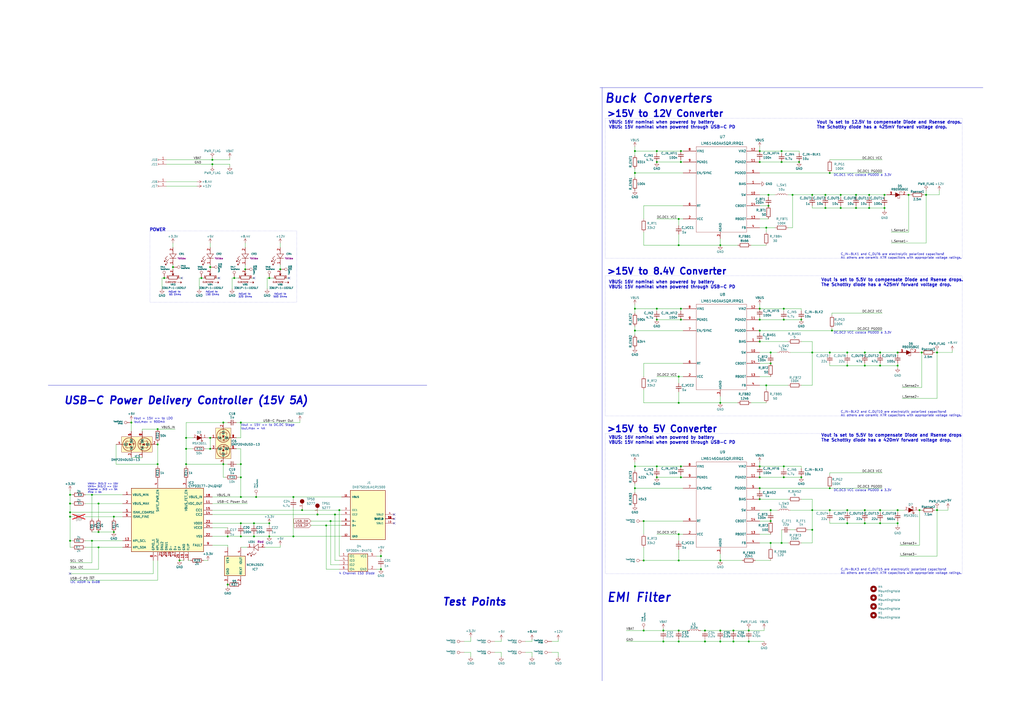
<source format=kicad_sch>
(kicad_sch (version 20250114) (generator "eeschema") (generator_version "9.0")
  (paper "A2")
  (rectangle (start 86.995 133.985) (end 172.085 175.26) (stroke (width 0) (type dot)))
  (rectangle (start 351.155 68.58) (end 558.165 149.86) (stroke (width 0) (type dot)))
  (rectangle (start 351.155 160.02) (end 558.165 241.3) (stroke (width 0) (type dot)))
  (rectangle (start 351.155 251.46) (end 558.165 332.74) (stroke (width 0) (type dot)))
  (text "4 Channel ESD Diode" (at 207.01 332.74 0) (effects (font (size 1.27 1.27))))
  (text "Vout = 15V => to LDO\nIout.max = 900mA" (at 77.47 243.84 0) (effects (font (size 1.27 1.27)) (justify left)))
  (text "DC.DC3 VCC coloca PGOOD a 3.3V\n" (at 500.38 284.48 0) (effects (font (size 1.27 1.27))))
  (text "Adjust to \n320 Ohms\n" (at 142.24 171.45 0) (effects (font (size 1.016 1.016))))
  (text "C_IN-BLK2 and C_OUT10 are electrolytic polarized capacitors!\nAll others are ceramic X7R capacitors with appropriate voltage ratings." (at 487.68 240.03 0) (effects (font (size 1.27 1.27)) (justify left)))
  (text "C_IN-BLK1 and C_OUT6 are electrolytic polarized capacitors!\nAll others are ceramic X7R capacitors with appropriate voltage ratings." (at 487.68 148.59 0) (effects (font (size 1.27 1.27)) (justify left)))
  (text ">15V to 5V Converter" (at 351.79 248.92 0) (effects (font (size 3.81 3.81) (thickness 0.762) (bold yes)) (justify left)))
  (text ">15V to 12V Converter" (at 351.79 66.04 0) (effects (font (size 3.81 3.81) (thickness 0.762) (bold yes)) (justify left)))
  (text "I2C ADDR is 0x08" (at 40.64 337.82 0) (effects (font (size 1.27 1.27)) (justify left)))
  (text "Adjust to \n150 Ohms\n" (at 123.19 170.18 0) (effects (font (size 1.016 1.016))))
  (text "POWER" (at 91.44 133.35 0) (effects (font (size 1.778 1.778) (thickness 0.3556) (bold yes))))
  (text "Vout is set to 5.5V to compensate Diode and Rsense drops\nThe Schottky diode has a 420mV forward voltage drop." (at 476.25 254 0) (effects (font (size 1.778 1.778) (thickness 0.3556) (bold yes)) (justify left)))
  (text "VBUS: 16V nominal when powered by battery\nVBUS: 15V nominal when powered through USB-C PD\n" (at 353.06 255.27 0) (effects (font (size 1.778 1.778) (thickness 0.3556) (bold yes)) (justify left)))
  (text "Vout is set to 5.5V to compensate Diode and Rsense drops.\nThe Schottky diode has a 425mV forward voltage drop." (at 476.25 163.83 0) (effects (font (size 1.778 1.778) (thickness 0.3556) (bold yes)) (justify left)))
  (text "Test Points" (at 256.54 349.25 0) (effects (font (size 4.318 4.318) (thickness 0.8636) (bold yes) (italic yes)) (justify left)))
  (text ">15V to 8.4V Converter" (at 351.79 157.48 0) (effects (font (size 3.81 3.81) (thickness 0.762) (bold yes)) (justify left)))
  (text "USB-C Power Delivery Controller (15V 5A)\n" (at 36.83 232.41 0) (effects (font (size 4.318 4.318) (thickness 0.8636) (bold yes) (italic yes)) (justify left)))
  (text "Adjust to \n65 Ohms\n" (at 101.6 170.18 0) (effects (font (size 1.016 1.016))))
  (text "EMI Filter" (at 351.79 346.71 0) (effects (font (size 5.08 5.08) (thickness 0.8636) (bold yes) (italic yes)) (justify left)))
  (text "Buck Converters" (at 350.52 57.15 0) (effects (font (size 5.08 5.08) (thickness 0.8636) (bold yes) (italic yes)) (justify left)))
  (text "Vout = 15V => to DC.DC Stage\nIout.max = 4A" (at 139.7 247.65 0) (effects (font (size 1.27 1.27)) (justify left)))
  (text "DC.DC1 VCC coloca PGOOD a 3.3V\n" (at 500.38 101.6 0) (effects (font (size 1.27 1.27))))
  (text "Vout is set to 12.5V to compensate Diode and Rsense drops.\nThe Schottky diode has a 425mV forward voltage drop." (at 473.71 72.39 0) (effects (font (size 1.778 1.778) (thickness 0.3556) (bold yes)) (justify left)))
  (text "VMAX= 3V3/2 => 15V\nVMIN= 3V3/2 => 15V\nICoarse = 3V3 => 5A\nIfine = 0A" (at 50.8 283.21 0) (effects (font (size 1.016 1.016)) (justify left)))
  (text "VBUS: 16V nominal when powered by battery\nVBUS: 15V nominal when powered through USB-C PD\n" (at 353.06 165.1 0) (effects (font (size 1.778 1.778) (thickness 0.3556) (bold yes)) (justify left)))
  (text "DC.DC2 VCC coloca PGOOD a 3.3V\n" (at 500.38 193.04 0) (effects (font (size 1.27 1.27))))
  (text "Adjust to\n500 Ohms\n" (at 162.56 171.45 0) (effects (font (size 1.016 1.016))))
  (text "C_IN-BLK3 and C_OUT15 are electrolytic polarized capacitors!\nAll others are ceramic X7R capacitors with appropriate voltage ratings." (at 487.68 331.47 0) (effects (font (size 1.27 1.27)) (justify left)))
  (text "VBUS: 16V nominal when powered by battery\nVBUS: 15V nominal when powered through USB-C PD\n" (at 353.06 72.39 0) (effects (font (size 1.778 1.778) (thickness 0.3556) (bold yes)) (justify left)))
  (junction (at 464.82 276.86))
  (junction (at 170.18 288.29))
  (junction (at 444.5 132.08))
  (junction (at 453.39 314.96))
  (junction (at 440.69 283.21))
  (junction (at 520.7 295.91))
  (junction (at 95.25 161.29))
  (junction (at 191.77 302.26))
  (junction (at 510.54 303.53))
  (junction (at 129.54 269.24))
  (junction (at 453.39 93.98))
  (junction (at 471.17 204.47))
  (junction (at 148.59 288.29))
  (junction (at 454.66 276.86))
  (junction (at 445.77 119.38))
  (junction (at 543.56 295.91))
  (junction (at 393.7 325.12))
  (junction (at 394.97 276.86))
  (junction (at 425.45 372.11))
  (junction (at 447.04 295.91))
  (junction (at 53.34 313.69))
  (junction (at 440.69 87.63))
  (junction (at 156.21 311.15))
  (junction (at 445.77 113.03))
  (junction (at 76.2 245.11))
  (junction (at 53.34 287.02))
  (junction (at 393.7 127))
  (junction (at 175.26 295.91))
  (junction (at 425.45 365.76))
  (junction (at 440.69 276.86))
  (junction (at 170.18 311.15))
  (junction (at 139.7 276.86))
  (junction (at 57.15 317.5))
  (junction (at 393.7 142.24))
  (junction (at 394.97 87.63))
  (junction (at 533.4 295.91))
  (junction (at 459.74 113.03))
  (junction (at 454.66 270.51))
  (junction (at 394.97 270.51))
  (junction (at 116.84 161.29))
  (junction (at 381 179.07))
  (junction (at 440.69 198.12))
  (junction (at 368.3 191.77))
  (junction (at 40.64 287.02))
  (junction (at 434.34 365.76))
  (junction (at 394.97 179.07))
  (junction (at 501.65 204.47))
  (junction (at 156.21 303.53))
  (junction (at 463.55 93.98))
  (junction (at 162.56 156.21))
  (junction (at 487.68 120.65))
  (junction (at 132.08 311.15))
  (junction (at 501.65 303.53))
  (junction (at 510.54 212.09))
  (junction (at 520.7 303.53))
  (junction (at 454.66 179.07))
  (junction (at 196.85 295.91))
  (junction (at 66.04 308.61))
  (junction (at 510.54 295.91))
  (junction (at 40.64 297.18))
  (junction (at 527.05 113.03))
  (junction (at 57.15 308.61))
  (junction (at 513.08 120.65))
  (junction (at 123.19 95.25))
  (junction (at 381 270.51))
  (junction (at 496.57 120.65))
  (junction (at 66.04 299.72))
  (junction (at 417.83 365.76))
  (junction (at 440.69 93.98))
  (junction (at 139.7 303.53))
  (junction (at 104.14 325.12))
  (junction (at 139.7 269.24))
  (junction (at 121.92 254))
  (junction (at 91.44 248.92))
  (junction (at 147.32 303.53))
  (junction (at 139.7 245.11))
  (junction (at 408.94 372.11))
  (junction (at 501.65 212.09))
  (junction (at 368.3 270.51))
  (junction (at 513.08 113.03))
  (junction (at 520.7 212.09))
  (junction (at 496.57 113.03))
  (junction (at 481.33 100.33))
  (junction (at 368.3 283.21))
  (junction (at 139.7 288.29))
  (junction (at 510.54 204.47))
  (junction (at 142.24 156.21))
  (junction (at 132.08 339.09))
  (junction (at 478.79 120.65))
  (junction (at 220.98 330.2))
  (junction (at 417.83 372.11))
  (junction (at 454.66 185.42))
  (junction (at 471.17 295.91))
  (junction (at 393.7 309.88))
  (junction (at 381 276.86))
  (junction (at 368.3 87.63))
  (junction (at 447.04 314.96))
  (junction (at 373.38 302.26))
  (junction (at 487.68 113.03))
  (junction (at 504.19 113.03))
  (junction (at 464.82 185.42))
  (junction (at 129.54 245.11))
  (junction (at 156.21 161.29))
  (junction (at 393.7 365.76))
  (junction (at 57.15 292.1))
  (junction (at 543.56 204.47))
  (junction (at 40.64 299.72))
  (junction (at 447.04 210.82))
  (junction (at 189.23 304.8))
  (junction (at 471.17 113.03))
  (junction (at 184.15 298.45))
  (junction (at 481.33 283.21))
  (junction (at 381 87.63))
  (junction (at 394.97 185.42))
  (junction (at 491.49 303.53))
  (junction (at 123.19 92.71))
  (junction (at 481.33 204.47))
  (junction (at 40.64 292.1))
  (junction (at 384.81 372.11))
  (junction (at 107.95 260.35))
  (junction (at 135.89 161.29))
  (junction (at 384.81 365.76))
  (junction (at 417.83 233.68))
  (junction (at 139.7 311.15))
  (junction (at 440.69 179.07))
  (junction (at 481.33 295.91))
  (junction (at 381 93.98))
  (junction (at 491.49 204.47))
  (junction (at 440.69 289.56))
  (junction (at 121.92 260.35))
  (junction (at 444.5 223.52))
  (junction (at 194.31 298.45))
  (junction (at 491.49 295.91))
  (junction (at 147.32 311.15))
  (junction (at 368.3 100.33))
  (junction (at 501.65 295.91))
  (junction (at 447.04 204.47))
  (junction (at 491.49 212.09))
  (junction (at 393.7 233.68))
  (junction (at 440.69 185.42))
  (junction (at 368.3 179.07))
  (junction (at 520.7 204.47))
  (junction (at 482.6 191.77))
  (junction (at 121.92 154.94))
  (junction (at 504.19 120.65))
  (junction (at 107.95 269.24))
  (junction (at 440.69 270.51))
  (junction (at 393.7 218.44))
  (junction (at 91.44 269.24))
  (junction (at 381 185.42))
  (junction (at 91.44 257.81))
  (junction (at 440.69 191.77))
  (junction (at 220.98 322.58))
  (junction (at 417.83 325.12))
  (junction (at 40.64 313.69))
  (junction (at 434.34 372.11))
  (junction (at 447.04 302.26))
  (junction (at 393.7 372.11))
  (junction (at 373.38 325.12))
  (junction (at 100.33 154.94))
  (junction (at 534.67 204.47))
  (junction (at 453.39 87.63))
  (junction (at 537.21 113.03))
  (junction (at 417.83 142.24))
  (junction (at 478.79 113.03))
  (junction (at 471.17 307.34))
  (junction (at 408.94 365.76))
  (junction (at 394.97 93.98))
  (junction (at 373.38 365.76))
  (junction (at 107.95 254))
  (no_connect (at 147.32 161.29))
  (no_connect (at 167.64 161.29))
  (no_connect (at 228.6 298.45))
  (no_connect (at 127 161.29))
  (no_connect (at 40.64 332.74))
  (no_connect (at 228.6 300.99))
  (no_connect (at 228.6 303.53))
  (no_connect (at 105.41 161.29))
  (wire (pts (xy 91.44 248.92) (xy 101.6 248.92)))
  (wire (pts (xy 368.3 191.77) (xy 368.3 189.23)))
  (wire (pts (xy 481.33 295.91) (xy 491.49 295.91)))
  (wire (pts (xy 393.7 142.24) (xy 417.83 142.24)))
  (wire (pts (xy 514.35 113.03) (xy 513.08 113.03)))
  (wire (pts (xy 440.69 179.07) (xy 454.66 179.07)))
  (wire (pts (xy 166.37 161.29) (xy 167.64 161.29)))
  (wire (pts (xy 408.94 370.84) (xy 408.94 372.11)))
  (wire (pts (xy 148.59 288.29) (xy 170.18 288.29)))
  (wire (pts (xy 139.7 303.53) (xy 139.7 304.8)))
  (wire (pts (xy 154.94 161.29) (xy 156.21 161.29)))
  (wire (pts (xy 170.18 311.15) (xy 198.12 311.15)))
  (wire (pts (xy 520.7 204.47) (xy 520.7 205.74)))
  (wire (pts (xy 491.49 204.47) (xy 491.49 205.74)))
  (wire (pts (xy 537.21 113.03) (xy 537.21 140.97)))
  (wire (pts (xy 129.54 269.24) (xy 107.95 269.24)))
  (wire (pts (xy 440.69 92.71) (xy 440.69 93.98)))
  (wire (pts (xy 139.7 276.86) (xy 139.7 288.29)))
  (wire (pts (xy 471.17 289.56) (xy 471.17 295.91)))
  (wire (pts (xy 417.83 372.11) (xy 425.45 372.11)))
  (wire (pts (xy 139.7 276.86) (xy 138.43 276.86)))
  (wire (pts (xy 363.22 365.76) (xy 373.38 365.76)))
  (wire (pts (xy 273.05 369.57) (xy 273.05 372.11)))
  (wire (pts (xy 121.92 140.97) (xy 121.92 143.51)))
  (wire (pts (xy 444.5 223.52) (xy 457.2 223.52)))
  (wire (pts (xy 196.85 325.12) (xy 194.31 325.12)))
  (wire (pts (xy 393.7 325.12) (xy 417.83 325.12)))
  (wire (pts (xy 471.17 119.38) (xy 471.17 120.65)))
  (wire (pts (xy 552.45 203.2) (xy 552.45 204.47)))
  (wire (pts (xy 440.69 275.59) (xy 440.69 276.86)))
  (wire (pts (xy 440.69 127) (xy 445.77 127)))
  (wire (pts (xy 373.38 233.68) (xy 373.38 226.06)))
  (wire (pts (xy 132.08 316.23) (xy 123.19 316.23)))
  (wire (pts (xy 156.21 309.88) (xy 156.21 311.15)))
  (wire (pts (xy 139.7 269.24) (xy 137.16 269.24)))
  (wire (pts (xy 440.69 210.82) (xy 447.04 210.82)))
  (wire (pts (xy 170.18 294.64) (xy 170.18 311.15)))
  (wire (pts (xy 368.3 85.09) (xy 368.3 87.63)))
  (wire (pts (xy 308.61 370.84) (xy 308.61 372.11)))
  (wire (pts (xy 220.98 330.2) (xy 218.44 330.2)))
  (wire (pts (xy 290.83 378.46) (xy 290.83 381)))
  (wire (pts (xy 67.31 269.24) (xy 67.31 257.81)))
  (wire (pts (xy 440.69 185.42) (xy 454.66 185.42)))
  (wire (pts (xy 123.19 92.71) (xy 133.35 92.71)))
  (wire (pts (xy 394.97 185.42) (xy 396.24 185.42)))
  (wire (pts (xy 180.34 302.26) (xy 191.77 302.26)))
  (wire (pts (xy 191.77 327.66) (xy 191.77 302.26)))
  (wire (pts (xy 535.94 113.03) (xy 537.21 113.03)))
  (wire (pts (xy 373.38 218.44) (xy 373.38 210.82)))
  (wire (pts (xy 396.24 179.07) (xy 394.97 179.07)))
  (wire (pts (xy 516.89 140.97) (xy 537.21 140.97)))
  (wire (pts (xy 396.24 283.21) (xy 368.3 283.21)))
  (wire (pts (xy 123.19 306.07) (xy 132.08 306.07)))
  (wire (pts (xy 434.34 370.84) (xy 434.34 372.11)))
  (wire (pts (xy 417.83 233.68) (xy 417.83 229.87)))
  (wire (pts (xy 396.24 87.63) (xy 394.97 87.63)))
  (wire (pts (xy 393.7 365.76) (xy 398.78 365.76)))
  (wire (pts (xy 381 276.86) (xy 394.97 276.86)))
  (wire (pts (xy 40.64 317.5) (xy 40.64 313.69)))
  (wire (pts (xy 523.24 231.14) (xy 543.56 231.14)))
  (wire (pts (xy 363.22 372.11) (xy 384.81 372.11)))
  (wire (pts (xy 459.74 132.08) (xy 457.2 132.08)))
  (wire (pts (xy 491.49 302.26) (xy 491.49 303.53)))
  (wire (pts (xy 373.38 365.76) (xy 384.81 365.76)))
  (wire (pts (xy 521.97 316.23) (xy 533.4 316.23)))
  (wire (pts (xy 40.64 313.69) (xy 41.91 313.69)))
  (wire (pts (xy 444.5 226.06) (xy 444.5 223.52)))
  (wire (pts (xy 393.7 130.81) (xy 393.7 127)))
  (wire (pts (xy 57.15 317.5) (xy 57.15 330.2)))
  (wire (pts (xy 440.69 314.96) (xy 447.04 314.96)))
  (wire (pts (xy 440.69 184.15) (xy 440.69 185.42)))
  (wire (pts (xy 104.14 325.12) (xy 106.68 325.12)))
  (wire (pts (xy 520.7 303.53) (xy 520.7 302.26)))
  (wire (pts (xy 384.81 364.49) (xy 384.81 365.76)))
  (wire (pts (xy 481.33 212.09) (xy 491.49 212.09)))
  (wire (pts (xy 170.18 289.56) (xy 170.18 288.29)))
  (wire (pts (xy 520.7 303.53) (xy 520.7 304.8)))
  (wire (pts (xy 464.82 223.52) (xy 471.17 223.52)))
  (wire (pts (xy 123.19 91.44) (xy 123.19 92.71)))
  (wire (pts (xy 40.64 336.55) (xy 91.44 336.55)))
  (wire (pts (xy 417.83 325.12) (xy 417.83 321.31)))
  (wire (pts (xy 368.3 100.33) (xy 368.3 97.79)))
  (wire (pts (xy 123.19 295.91) (xy 175.26 295.91)))
  (wire (pts (xy 393.7 309.88) (xy 396.24 309.88)))
  (wire (pts (xy 49.53 317.5) (xy 57.15 317.5)))
  (wire (pts (xy 459.74 113.03) (xy 471.17 113.03)))
  (wire (pts (xy 501.65 204.47) (xy 510.54 204.47)))
  (wire (pts (xy 139.7 254) (xy 139.7 245.11)))
  (wire (pts (xy 520.7 212.09) (xy 520.7 210.82)))
  (wire (pts (xy 417.83 142.24) (xy 417.83 138.43)))
  (wire (pts (xy 123.19 298.45) (xy 184.15 298.45)))
  (wire (pts (xy 425.45 365.76) (xy 434.34 365.76)))
  (wire (pts (xy 478.79 120.65) (xy 487.68 120.65)))
  (wire (pts (xy 440.69 267.97) (xy 440.69 270.51)))
  (wire (pts (xy 478.79 113.03) (xy 478.79 114.3)))
  (wire (pts (xy 191.77 327.66) (xy 196.85 327.66)))
  (wire (pts (xy 91.44 256.54) (xy 91.44 257.81)))
  (wire (pts (xy 53.34 287.02) (xy 53.34 300.99)))
  (wire (pts (xy 381 185.42) (xy 394.97 185.42)))
  (wire (pts (xy 368.3 283.21) (xy 368.3 280.67)))
  (wire (pts (xy 447.04 314.96) (xy 447.04 317.5)))
  (wire (pts (xy 121.92 153.67) (xy 121.92 154.94)))
  (wire (pts (xy 220.98 322.58) (xy 220.98 321.31)))
  (wire (pts (xy 88.9 325.12) (xy 88.9 332.74)))
  (wire (pts (xy 527.05 113.03) (xy 528.32 113.03)))
  (wire (pts (xy 487.68 113.03) (xy 496.57 113.03)))
  (wire (pts (xy 471.17 113.03) (xy 478.79 113.03)))
  (wire (pts (xy 544.83 110.49) (xy 544.83 113.03)))
  (wire (pts (xy 440.69 295.91) (xy 447.04 295.91)))
  (wire (pts (xy 393.7 127) (xy 396.24 127)))
  (wire (pts (xy 447.04 205.74) (xy 447.04 204.47)))
  (wire (pts (xy 440.69 191.77) (xy 440.69 193.04)))
  (wire (pts (xy 396.24 191.77) (xy 368.3 191.77)))
  (wire (pts (xy 417.83 365.76) (xy 425.45 365.76)))
  (wire (pts (xy 156.21 303.53) (xy 156.21 304.8)))
  (wire (pts (xy 393.7 233.68) (xy 417.83 233.68)))
  (wire (pts (xy 394.97 276.86) (xy 396.24 276.86)))
  (wire (pts (xy 406.4 365.76) (xy 408.94 365.76)))
  (wire (pts (xy 435.61 142.24) (xy 444.5 142.24)))
  (wire (pts (xy 133.35 91.44) (xy 133.35 92.71)))
  (wire (pts (xy 393.7 135.89) (xy 393.7 142.24)))
  (wire (pts (xy 481.33 303.53) (xy 491.49 303.53)))
  (wire (pts (xy 40.64 287.02) (xy 41.91 287.02)))
  (wire (pts (xy 393.7 313.69) (xy 393.7 309.88)))
  (wire (pts (xy 440.69 276.86) (xy 454.66 276.86)))
  (wire (pts (xy 537.21 110.49) (xy 537.21 113.03)))
  (wire (pts (xy 189.23 304.8) (xy 198.12 304.8)))
  (wire (pts (xy 40.64 287.02) (xy 40.64 292.1)))
  (wire (pts (xy 368.3 87.63) (xy 381 87.63)))
  (wire (pts (xy 491.49 303.53) (xy 501.65 303.53)))
  (wire (pts (xy 447.04 295.91) (xy 450.85 295.91)))
  (wire (pts (xy 393.7 370.84) (xy 393.7 372.11)))
  (wire (pts (xy 53.34 313.69) (xy 53.34 326.39)))
  (wire (pts (xy 464.82 270.51) (xy 464.82 271.78)))
  (wire (pts (xy 445.77 113.03) (xy 449.58 113.03)))
  (wire (pts (xy 481.33 303.53) (xy 481.33 302.26)))
  (wire (pts (xy 91.44 269.24) (xy 67.31 269.24)))
  (wire (pts (xy 425.45 372.11) (xy 434.34 372.11)))
  (wire (pts (xy 496.57 119.38) (xy 496.57 120.65)))
  (wire (pts (xy 543.56 294.64) (xy 543.56 295.91)))
  (wire (pts (xy 121.92 254) (xy 120.65 254)))
  (wire (pts (xy 40.64 297.18) (xy 71.12 297.18)))
  (wire (pts (xy 510.54 302.26) (xy 510.54 303.53)))
  (wire (pts (xy 132.08 311.15) (xy 139.7 311.15)))
  (wire (pts (xy 440.69 85.09) (xy 440.69 87.63)))
  (wire (pts (xy 408.94 372.11) (xy 417.83 372.11)))
  (polyline (pts (xy 347.98 50.8) (xy 570.23 50.8)))
  (wire (pts (xy 491.49 204.47) (xy 501.65 204.47)))
  (wire (pts (xy 41.91 317.5) (xy 40.64 317.5)))
  (wire (pts (xy 368.3 270.51) (xy 381 270.51)))
  (wire (pts (xy 496.57 120.65) (xy 504.19 120.65)))
  (wire (pts (xy 447.04 297.18) (xy 447.04 295.91)))
  (wire (pts (xy 381 87.63) (xy 381 88.9)))
  (wire (pts (xy 142.24 153.67) (xy 142.24 156.21)))
  (wire (pts (xy 482.6 190.5) (xy 482.6 191.77)))
  (wire (pts (xy 440.69 113.03) (xy 445.77 113.03)))
  (wire (pts (xy 368.3 283.21) (xy 368.3 285.75)))
  (wire (pts (xy 453.39 307.34) (xy 453.39 314.96)))
  (wire (pts (xy 82.55 265.43) (xy 76.2 265.43)))
  (wire (pts (xy 373.38 325.12) (xy 393.7 325.12)))
  (wire (pts (xy 444.5 132.08) (xy 444.5 134.62)))
  (wire (pts (xy 194.31 325.12) (xy 194.31 298.45)))
  (wire (pts (xy 147.32 309.88) (xy 147.32 311.15)))
  (wire (pts (xy 368.3 191.77) (xy 368.3 194.31)))
  (wire (pts (xy 501.65 212.09) (xy 510.54 212.09)))
  (wire (pts (xy 133.35 95.25) (xy 133.35 96.52)))
  (wire (pts (xy 491.49 295.91) (xy 491.49 297.18)))
  (wire (pts (xy 139.7 269.24) (xy 139.7 276.86)))
  (wire (pts (xy 139.7 260.35) (xy 137.16 260.35)))
  (wire (pts (xy 125.73 161.29) (xy 127 161.29)))
  (wire (pts (xy 440.69 100.33) (xy 481.33 100.33)))
  (wire (pts (xy 40.64 284.48) (xy 40.64 287.02)))
  (wire (pts (xy 76.2 245.11) (xy 76.2 250.19)))
  (wire (pts (xy 66.04 299.72) (xy 66.04 300.99)))
  (wire (pts (xy 162.56 316.23) (xy 162.56 317.5)))
  (wire (pts (xy 443.23 364.49) (xy 443.23 365.76)))
  (wire (pts (xy 40.64 292.1) (xy 41.91 292.1)))
  (wire (pts (xy 189.23 330.2) (xy 189.23 304.8)))
  (wire (pts (xy 521.97 322.58) (xy 543.56 322.58)))
  (wire (pts (xy 393.7 227.33) (xy 393.7 233.68)))
  (wire (pts (xy 147.32 303.53) (xy 147.32 304.8)))
  (wire (pts (xy 196.85 295.91) (xy 198.12 295.91)))
  (wire (pts (xy 153.67 317.5) (xy 162.56 317.5)))
  (wire (pts (xy 504.19 113.03) (xy 513.08 113.03)))
  (wire (pts (xy 121.92 260.35) (xy 119.38 260.35)))
  (wire (pts (xy 373.38 309.88) (xy 373.38 302.26)))
  (wire (pts (xy 393.7 318.77) (xy 393.7 325.12)))
  (wire (pts (xy 440.69 289.56) (xy 457.2 289.56)))
  (wire (pts (xy 425.45 370.84) (xy 425.45 372.11)))
  (wire (pts (xy 381 127) (xy 393.7 127)))
  (wire (pts (xy 527.05 113.03) (xy 527.05 134.62)))
  (wire (pts (xy 464.82 289.56) (xy 471.17 289.56)))
  (wire (pts (xy 381 179.07) (xy 381 180.34)))
  (wire (pts (xy 394.97 93.98) (xy 396.24 93.98)))
  (wire (pts (xy 109.22 325.12) (xy 110.49 325.12)))
  (wire (pts (xy 481.33 92.71) (xy 511.81 92.71)))
  (wire (pts (xy 91.44 257.81) (xy 91.44 269.24)))
  (wire (pts (xy 129.54 276.86) (xy 129.54 269.24)))
  (wire (pts (xy 82.55 248.92) (xy 82.55 250.19)))
  (wire (pts (xy 393.7 218.44) (xy 396.24 218.44)))
  (wire (pts (xy 510.54 204.47) (xy 510.54 205.74)))
  (wire (pts (xy 501.65 295.91) (xy 510.54 295.91)))
  (wire (pts (xy 308.61 378.46) (xy 308.61 381)))
  (wire (pts (xy 444.5 132.08) (xy 449.58 132.08)))
  (wire (pts (xy 481.33 212.09) (xy 481.33 210.82)))
  (wire (pts (xy 447.04 204.47) (xy 450.85 204.47)))
  (wire (pts (xy 93.98 161.29) (xy 95.25 161.29)))
  (wire (pts (xy 440.69 309.88) (xy 447.04 309.88)))
  (wire (pts (xy 394.97 275.59) (xy 394.97 276.86)))
  (wire (pts (xy 220.98 328.93) (xy 220.98 330.2)))
  (wire (pts (xy 170.18 288.29) (xy 198.12 288.29)))
  (wire (pts (xy 118.11 325.12) (xy 120.65 325.12)))
  (wire (pts (xy 156.21 311.15) (xy 170.18 311.15)))
  (wire (pts (xy 504.19 120.65) (xy 513.08 120.65)))
  (wire (pts (xy 440.69 87.63) (xy 453.39 87.63)))
  (wire (pts (xy 510.54 295.91) (xy 520.7 295.91)))
  (wire (pts (xy 66.04 299.72) (xy 71.12 299.72)))
  (wire (pts (xy 501.65 303.53) (xy 510.54 303.53)))
  (wire (pts (xy 49.53 299.72) (xy 66.04 299.72)))
  (wire (pts (xy 76.2 243.84) (xy 76.2 245.11)))
  (wire (pts (xy 368.3 179.07) (xy 368.3 181.61)))
  (wire (pts (xy 487.68 113.03) (xy 487.68 114.3)))
  (wire (pts (xy 40.64 326.39) (xy 53.34 326.39)))
  (wire (pts (xy 440.69 223.52) (xy 444.5 223.52)))
  (wire (pts (xy 269.24 372.11) (xy 273.05 372.11)))
  (wire (pts (xy 396.24 100.33) (xy 368.3 100.33)))
  (wire (pts (xy 290.83 370.84) (xy 290.83 372.11)))
  (wire (pts (xy 543.56 204.47) (xy 543.56 231.14)))
  (wire (pts (xy 481.33 274.32) (xy 511.81 274.32)))
  (wire (pts (xy 394.97 180.34) (xy 394.97 179.07)))
  (wire (pts (xy 440.69 283.21) (xy 440.69 284.48)))
  (wire (pts (xy 393.7 372.11) (xy 408.94 372.11)))
  (wire (pts (xy 123.19 95.25) (xy 123.19 96.52)))
  (wire (pts (xy 134.62 161.29) (xy 135.89 161.29)))
  (wire (pts (xy 132.08 340.36) (xy 132.08 339.09)))
  (wire (pts (xy 96.52 95.25) (xy 123.19 95.25)))
  (wire (pts (xy 458.47 295.91) (xy 471.17 295.91)))
  (wire (pts (xy 115.57 161.29) (xy 116.84 161.29)))
  (wire (pts (xy 471.17 198.12) (xy 471.17 204.47)))
  (wire (pts (xy 100.33 140.97) (xy 100.33 143.51)))
  (wire (pts (xy 393.7 222.25) (xy 393.7 218.44)))
  (wire (pts (xy 368.3 267.97) (xy 368.3 270.51)))
  (wire (pts (xy 49.53 287.02) (xy 53.34 287.02)))
  (wire (pts (xy 513.08 113.03) (xy 513.08 114.3)))
  (wire (pts (xy 373.38 302.26) (xy 396.24 302.26)))
  (wire (pts (xy 116.84 161.29) (xy 118.11 161.29)))
  (wire (pts (xy 523.24 224.79) (xy 534.67 224.79)))
  (wire (pts (xy 373.38 325.12) (xy 373.38 317.5)))
  (wire (pts (xy 130.81 276.86) (xy 129.54 276.86)))
  (wire (pts (xy 438.15 325.12) (xy 447.04 325.12)))
  (wire (pts (xy 93.98 161.29) (xy 93.98 167.64)))
  (wire (pts (xy 396.24 270.51) (xy 394.97 270.51)))
  (wire (pts (xy 384.81 365.76) (xy 393.7 365.76)))
  (wire (pts (xy 501.65 210.82) (xy 501.65 212.09)))
  (wire (pts (xy 320.04 372.11) (xy 323.85 372.11)))
  (wire (pts (xy 417.83 233.68) (xy 427.99 233.68)))
  (wire (pts (xy 440.69 204.47) (xy 447.04 204.47)))
  (wire (pts (xy 381 93.98) (xy 394.97 93.98)))
  (wire (pts (xy 107.95 260.35) (xy 107.95 254)))
  (wire (pts (xy 100.33 154.94) (xy 100.33 156.21)))
  (wire (pts (xy 123.19 95.25) (xy 133.35 95.25)))
  (wire (pts (xy 459.74 113.03) (xy 459.74 132.08)))
  (wire (pts (xy 534.67 204.47) (xy 534.67 224.79)))
  (wire (pts (xy 454.66 185.42) (xy 464.82 185.42)))
  (wire (pts (xy 513.08 120.65) (xy 513.08 121.92)))
  (wire (pts (xy 440.69 191.77) (xy 482.6 191.77)))
  (wire (pts (xy 381 179.07) (xy 394.97 179.07)))
  (wire (pts (xy 435.61 233.68) (xy 444.5 233.68)))
  (wire (pts (xy 440.69 132.08) (xy 444.5 132.08)))
  (wire (pts (xy 481.33 295.91) (xy 481.33 297.18)))
  (wire (pts (xy 453.39 93.98) (xy 440.69 93.98)))
  (wire (pts (xy 454.66 179.07) (xy 454.66 180.34)))
  (wire (pts (xy 464.82 314.96) (xy 471.17 314.96)))
  (wire (pts (xy 269.24 378.46) (xy 273.05 378.46)))
  (wire (pts (xy 542.29 295.91) (xy 543.56 295.91)))
  (wire (pts (xy 491.49 295.91) (xy 501.65 295.91)))
  (wire (pts (xy 491.49 212.09) (xy 501.65 212.09)))
  (wire (pts (xy 139.7 288.29) (xy 148.59 288.29)))
  (wire (pts (xy 434.34 364.49) (xy 434.34 365.76)))
  (wire (pts (xy 520.7 295.91) (xy 520.7 297.18)))
  (wire (pts (xy 454.66 179.07) (xy 464.82 179.07)))
  (wire (pts (xy 543.56 203.2) (xy 543.56 204.47)))
  (wire (pts (xy 91.44 269.24) (xy 91.44 270.51)))
  (wire (pts (xy 496.57 113.03) (xy 504.19 113.03)))
  (wire (pts (xy 516.89 134.62) (xy 527.05 134.62)))
  (wire (pts (xy 111.76 254) (xy 107.95 254)))
  (wire (pts (xy 440.69 198.12) (xy 457.2 198.12)))
  (wire (pts (xy 453.39 314.96) (xy 457.2 314.96)))
  (wire (pts (xy 121.92 260.35) (xy 121.92 254)))
  (wire (pts (xy 304.8 378.46) (xy 308.61 378.46)))
  (wire (pts (xy 100.33 153.67) (xy 100.33 154.94)))
  (wire (pts (xy 463.55 87.63) (xy 463.55 88.9)))
  (wire (pts (xy 95.25 161.29) (xy 96.52 161.29)))
  (wire (pts (xy 481.33 283.21) (xy 511.81 283.21)))
  (wire (pts (xy 123.19 292.1) (xy 143.51 292.1)))
  (wire (pts (xy 543.56 295.91) (xy 549.91 295.91)))
  (wire (pts (xy 510.54 295.91) (xy 510.54 297.18)))
  (wire (pts (xy 132.08 316.23) (xy 132.08 317.5)))
  (wire (pts (xy 107.95 254) (xy 107.95 245.11)))
  (wire (pts (xy 454.66 276.86) (xy 464.82 276.86)))
  (wire (pts (xy 107.95 269.24) (xy 107.95 270.51)))
  (wire (pts (xy 501.65 204.47) (xy 501.65 205.74)))
  (wire (pts (xy 373.38 119.38) (xy 396.24 119.38)))
  (wire (pts (xy 273.05 378.46) (xy 273.05 381)))
  (wire (pts (xy 146.05 161.29) (xy 147.32 161.29)))
  (wire (pts (xy 57.15 308.61) (xy 66.04 308.61)))
  (wire (pts (xy 91.44 325.12) (xy 91.44 336.55)))
  (wire (pts (xy 471.17 307.34) (xy 471.17 314.96)))
  (wire (pts (xy 287.02 372.11) (xy 290.83 372.11)))
  (wire (pts (xy 154.94 161.29) (xy 154.94 167.64)))
  (wire (pts (xy 487.68 120.65) (xy 496.57 120.65)))
  (wire (pts (xy 373.38 210.82) (xy 396.24 210.82)))
  (wire (pts (xy 147.32 311.15) (xy 156.21 311.15)))
  (wire (pts (xy 384.81 372.11) (xy 393.7 372.11)))
  (wire (pts (xy 53.34 308.61) (xy 57.15 308.61)))
  (wire (pts (xy 417.83 370.84) (xy 417.83 372.11)))
  (wire (pts (xy 123.19 311.15) (xy 132.08 311.15)))
  (wire (pts (xy 49.53 292.1) (xy 57.15 292.1)))
  (wire (pts (xy 184.15 298.45) (xy 194.31 298.45)))
  (wire (pts (xy 162.56 153.67) (xy 162.56 156.21)))
  (wire (pts (xy 504.19 119.38) (xy 504.19 120.65)))
  (wire (pts (xy 156.21 161.29) (xy 158.75 161.29)))
  (wire (pts (xy 147.32 303.53) (xy 156.21 303.53)))
  (wire (pts (xy 510.54 210.82) (xy 510.54 212.09)))
  (wire (pts (xy 96.52 92.71) (xy 123.19 92.71)))
  (wire (pts (xy 501.65 295.91) (xy 501.65 297.18)))
  (wire (pts (xy 471.17 204.47) (xy 471.17 223.52)))
  (polyline (pts (xy 27.94 223.52) (xy 247.65 223.52)))
  (wire (pts (xy 510.54 212.09) (xy 520.7 212.09)))
  (wire (pts (xy 373.38 233.68) (xy 393.7 233.68)))
  (wire (pts (xy 394.97 92.71) (xy 394.97 93.98)))
  (wire (pts (xy 533.4 204.47) (xy 534.67 204.47)))
  (wire (pts (xy 218.44 322.58) (xy 220.98 322.58)))
  (wire (pts (xy 440.69 176.53) (xy 440.69 179.07)))
  (wire (pts (xy 53.34 287.02) (xy 71.12 287.02)))
  (polyline (pts (xy 349.25 50.8) (xy 349.25 394.97)))
  (wire (pts (xy 471.17 295.91) (xy 481.33 295.91)))
  (wire (pts (xy 53.34 313.69) (xy 71.12 313.69)))
  (wire (pts (xy 368.3 270.51) (xy 368.3 273.05)))
  (wire (pts (xy 440.69 270.51) (xy 454.66 270.51)))
  (wire (pts (xy 381 270.51) (xy 394.97 270.51)))
  (wire (pts (xy 191.77 302.26) (xy 198.12 302.26)))
  (wire (pts (xy 175.26 295.91) (xy 196.85 295.91)))
  (wire (pts (xy 287.02 378.46) (xy 290.83 378.46)))
  (wire (pts (xy 481.33 100.33) (xy 511.81 100.33)))
  (wire (pts (xy 504.19 113.03) (xy 504.19 114.3)))
  (wire (pts (xy 481.33 204.47) (xy 491.49 204.47)))
  (wire (pts (xy 381 309.88) (xy 393.7 309.88)))
  (wire (pts (xy 123.19 303.53) (xy 139.7 303.53)))
  (wire (pts (xy 471.17 113.03) (xy 471.17 114.3)))
  (wire (pts (xy 139.7 309.88) (xy 139.7 311.15)))
  (wire (pts (xy 440.69 218.44) (xy 447.04 218.44)))
  (wire (pts (xy 440.69 283.21) (xy 481.33 283.21)))
  (wire (pts (xy 537.21 113.03) (xy 544.83 113.03)))
  (wire (pts (xy 115.57 161.29) (xy 115.57 167.64)))
  (wire (pts (xy 196.85 330.2) (xy 189.23 330.2)))
  (wire (pts (xy 139.7 317.5) (xy 143.51 317.5)))
  (wire (pts (xy 49.53 313.69) (xy 53.34 313.69)))
  (wire (pts (xy 173.99 243.84) (xy 173.99 245.11)))
  (wire (pts (xy 381 218.44) (xy 393.7 218.44)))
  (wire (pts (xy 461.01 307.34) (xy 458.47 307.34)))
  (wire (pts (xy 96.52 107.95) (xy 114.3 107.95)))
  (wire (pts (xy 491.49 210.82) (xy 491.49 212.09)))
  (wire (pts (xy 57.15 292.1) (xy 71.12 292.1)))
  (wire (pts (xy 487.68 119.38) (xy 487.68 120.65)))
  (wire (pts (xy 111.76 260.35) (xy 107.95 260.35)))
  (wire (pts (xy 139.7 303.53) (xy 147.32 303.53)))
  (wire (pts (xy 457.2 113.03) (xy 459.74 113.03)))
  (wire (pts (xy 373.38 142.24) (xy 393.7 142.24)))
  (wire (pts (xy 381 87.63) (xy 394.97 87.63)))
  (wire (pts (xy 447.04 314.96) (xy 453.39 314.96)))
  (wire (pts (xy 533.4 295.91) (xy 533.4 316.23)))
  (wire (pts (xy 549.91 294.64) (xy 549.91 295.91)))
  (wire (pts (xy 129.54 245.11) (xy 132.08 245.11)))
  (wire (pts (xy 139.7 245.11) (xy 173.99 245.11)))
  (wire (pts (xy 482.6 181.61) (xy 511.81 181.61)))
  (wire (pts (xy 478.79 120.65) (xy 478.79 119.38)))
  (wire (pts (xy 471.17 204.47) (xy 481.33 204.47)))
  (wire (pts (xy 139.7 245.11) (xy 137.16 245.11)))
  (wire (pts (xy 478.79 113.03) (xy 487.68 113.03)))
  (wire (pts (xy 104.14 161.29) (xy 105.41 161.29)))
  (wire (pts (xy 445.77 114.3) (xy 445.77 113.03)))
  (wire (pts (xy 107.95 269.24) (xy 107.95 260.35)))
  (wire (pts (xy 520.7 212.09) (xy 520.7 213.36)))
  (wire (pts (xy 453.39 87.63) (xy 463.55 87.63)))
  (wire (pts (xy 543.56 295.91) (xy 543.56 322.58)))
  (wire (pts (xy 57.15 317.5) (xy 71.12 317.5)))
  (wire (pts (xy 220.98 322.58) (xy 220.98 323.85)))
  (wire (pts (xy 434.34 372.11) (xy 443.23 372.11)))
  (wire (pts (xy 304.8 372.11) (xy 308.61 372.11)))
  (wire (pts (xy 501.65 302.26) (xy 501.65 303.53)))
  (wire (pts (xy 453.39 93.98) (xy 463.55 93.98)))
  (wire (pts (xy 510.54 204.47) (xy 520.7 204.47)))
  (wire (pts (xy 381 270.51) (xy 381 271.78)))
  (wire (pts (xy 132.08 269.24) (xy 129.54 269.24)))
  (wire (pts (xy 408.94 365.76) (xy 417.83 365.76)))
  (wire (pts (xy 543.56 204.47) (xy 552.45 204.47)))
  (wire (pts (xy 542.29 204.47) (xy 543.56 204.47)))
  (wire (pts (xy 520.7 295.91) (xy 524.51 295.91)))
  (wire (pts (xy 57.15 292.1) (xy 57.15 300.99)))
  (wire (pts (xy 368.3 176.53) (xy 368.3 179.07)))
  (wire (pts (xy 142.24 140.97) (xy 142.24 143.51)))
  (wire (pts (xy 40.64 299.72) (xy 40.64 313.69)))
  (wire (pts (xy 162.56 140.97) (xy 162.56 143.51)))
  (wire (pts (xy 464.82 198.12) (xy 471.17 198.12)))
  (wire (pts (xy 368.3 100.33) (xy 368.3 102.87)))
  (wire (pts (xy 323.85 370.84) (xy 323.85 372.11)))
  (wire (pts (xy 40.64 332.74) (xy 88.9 332.74)))
  (wire (pts (xy 123.19 288.29) (xy 139.7 288.29)))
  (wire (pts (xy 121.92 154.94) (xy 121.92 156.21)))
  (wire (pts (xy 40.64 330.2) (xy 57.15 330.2)))
  (wire (pts (xy 481.33 274.32) (xy 481.33 275.59)))
  (wire (pts (xy 96.52 105.41) (xy 114.3 105.41)))
  (wire (pts (xy 496.57 113.03) (xy 496.57 114.3)))
  (wire (pts (xy 139.7 311.15) (xy 147.32 311.15)))
  (wire (pts (xy 82.55 248.92) (xy 91.44 248.92)))
  (wire (pts (xy 464.82 179.07) (xy 464.82 180.34)))
  (wire (pts (xy 440.69 302.26) (xy 447.04 302.26)))
  (wire (pts (xy 471.17 295.91) (xy 471.17 307.34)))
  (wire (pts (xy 468.63 307.34) (xy 471.17 307.34)))
  (wire (pts (xy 135.89 161.29) (xy 138.43 161.29)))
  (wire (pts (xy 323.85 378.46) (xy 320.04 378.46)))
  (wire (pts (xy 373.38 127) (xy 373.38 119.38)))
  (wire (pts (xy 510.54 303.53) (xy 520.7 303.53)))
  (wire (pts (xy 107.95 245.11) (xy 129.54 245.11)))
  (wire (pts (xy 481.33 204.47) (xy 481.33 205.74)))
  (wire (pts (xy 139.7 269.24) (xy 139.7 260.35)))
  (wire (pts (xy 40.64 299.72) (xy 41.91 299.72)))
  (wire (pts (xy 417.83 325.12) (xy 430.53 325.12)))
  (wire (pts (xy 40.64 297.18) (xy 40.64 299.72)))
  (wire (pts (xy 434.34 365.76) (xy 443.23 365.76)))
  (wire (pts (xy 513.08 120.65) (xy 513.08 119.38)))
  (wire (pts (xy 533.4 295.91) (xy 534.67 295.91)))
  (wire (pts (xy 458.47 204.47) (xy 471.17 204.47)))
  (wire (pts (xy 368.3 179.07) (xy 381 179.07)))
  (wire (pts (xy 373.38 142.24) (xy 373.38 134.62)))
  (wire (pts (xy 323.85 381) (xy 323.85 378.46)))
  (wire (pts (xy 196.85 295.91) (xy 196.85 322.58)))
  (wire (pts (xy 194.31 298.45) (xy 198.12 298.45)))
  (wire (pts (xy 440.69 119.38) (xy 445.77 119.38)))
  (wire (pts (xy 40.64 292.1) (xy 40.64 297.18)))
  (wire (pts (xy 180.34 304.8) (xy 189.23 304.8)))
  (wire (pts (xy 384.81 370.84) (xy 384.81 372.11)))
  (wire (pts (xy 137.16 254) (xy 139.7 254)))
  (wire (pts (xy 368.3 87.63) (xy 368.3 90.17)))
  (wire (pts (xy 482.6 191.77) (xy 511.81 191.77)))
  (wire (pts (xy 454.66 270.51) (xy 464.82 270.51)))
  (wire (pts (xy 417.83 142.24) (xy 427.99 142.24)))
  (wire (pts (xy 471.17 120.65) (xy 478.79 120.65)))
  (wire (pts (xy 454.66 270.51) (xy 454.66 271.78)))
  (wire (pts (xy 482.6 181.61) (xy 482.6 182.88)))
  (wire (pts (xy 453.39 87.63) (xy 453.39 88.9)))
  (wire (pts (xy 134.62 161.29) (xy 134.62 167.64)))
  (label "DC.DC3 VCC" (at 381 309.88 0))
  (label "USB-C PD ~{INT}" (at 40.64 336.55 0))
  (label "I_Sense1+" (at 516.89 134.62 0) (effects (font (thickness 0.1588))))
  (label "DC.DC1 VCC" (at 381 127 0))
  (label "VBUS_IN" (at 125.73 288.29 0))
  (label "VBAT" (at 116.84 92.71 180))
  (label "I_Sense1-" (at 516.89 140.97 0) (effects (font (thickness 0.1588))))
  (label "DC.DC2 VCC" (at 381 218.44 0))
  (label "DC.DC3 PGOOD" (at 511.81 283.21 180))
  (label "DC.DC1 PGOOD" (at 511.81 100.33 180))
  (label "DC.DC2 VCC" (at 511.81 181.61 180))
  (label "SCL I2C" (at 40.64 326.39 0))
  (label "USB-C Power Out" (at 143.51 292.1 180))
  (label "I_Sense2-" (at 523.24 231.14 0) (effects (font (thickness 0.1588))))
  (label "DC.DC1 VCC" (at 511.81 92.71 180))
  (label "DC.DC2 PGOOD" (at 511.81 191.77 180))
  (label "VBAT" (at 363.22 365.76 0))
  (label "USB-C Power Out" (at 170.18 245.11 180))
  (label "VBUS_IN" (at 101.6 248.92 180))
  (label "GND" (at 363.22 372.11 0))
  (label "I_Sense3-" (at 521.97 322.58 0) (effects (font (thickness 0.1588))))
  (label "I_Sense2+" (at 523.24 224.79 0) (effects (font (thickness 0.1588))))
  (label "SDA I2C" (at 40.64 330.2 0))
  (label "GND" (at 116.84 95.25 180))
  (label "I_Sense3+" (at 521.97 316.23 0) (effects (font (thickness 0.1588))))
  (label "DC.DC3 VCC" (at 511.81 274.32 180))
  (global_label "USB_DM" (shape input) (at 180.34 302.26 180) (property "Intersheetrefs" "${INTERSHEET_REFS}" (effects (hide yes))))
  (global_label "USB_DP" (shape input) (at 180.34 304.8 180) (property "Intersheetrefs" "${INTERSHEET_REFS}" (effects (hide yes))))
  (symbol (lib_id "power:+5V") (at 552.45 203.2 0) (unit 1)
    (property "Reference" "#PWR0211" (effects (hide yes)))
    (property "Value" "+8.4V" (at 552.45 198.755 0))
    (property "Description" "Power symbol creates a global label with name \"+5V\"" (effects (hide yes)))
  )
  (symbol (lib_id "Device:C_Small") (at 454.66 182.88 0) (unit 1)
    (property "Reference" "C_IN5" (at 456.565 180.975 0) (effects (justify left)))
    (property "Value" "4.7u" (at 456.565 183.515 0) (effects (justify left)))
    (property "Footprint" "Capacitor-1206:Capacitor_1206" (effects (hide yes)))
    (property "Description" "Unpolarized capacitor, small symbol" (effects (hide yes)))
  )
  (symbol (lib_id "Device:C_Small") (at 156.21 307.34 0) (unit 1)
    (property "Reference" "C22" (at 157.48 306.07 0) (effects (justify left)))
    (property "Value" "1u" (at 157.48 308.61 0) (effects (justify left)))
    (property "Footprint" "Capacitor-0603:Capacitor_0603" (effects (hide yes)))
    (property "Description" "Unpolarized capacitor, small symbol" (effects (hide yes)))
  )
  (symbol (lib_id "Device:C_Small") (at 132.08 308.61 0) (unit 1)
    (property "Reference" "C17" (at 133.35 307.34 0) (effects (justify left)))
    (property "Value" "1u" (at 133.35 309.88 0) (effects (justify left)))
    (property "Footprint" "Capacitor-0603:Capacitor_0603" (effects (hide yes)))
    (property "Description" "Unpolarized capacitor, small symbol" (effects (hide yes)))
  )
  (symbol (lib_id "Device:C_Small") (at 417.83 368.3 0) (unit 1)
    (property "Reference" "C35" (at 421.64 367.03 0))
    (property "Value" "2.2u" (at 421.64 368.935 0))
    (property "Footprint" "Capacitor-0402:Capacitor_0402" (effects (hide yes)))
    (property "Description" "Unpolarized capacitor, small symbol" (effects (hide yes)))
  )
  (symbol (lib_id "Device:C_Small") (at 453.39 91.44 0) (unit 1)
    (property "Reference" "C_IN4" (at 455.295 89.535 0) (effects (justify left)))
    (property "Value" "4.7u" (at 455.295 92.075 0) (effects (justify left)))
    (property "Footprint" "Capacitor-1206:Capacitor_1206" (effects (hide yes)))
    (property "Description" "Unpolarized capacitor, small symbol" (effects (hide yes)))
  )
  (symbol (lib_id "Device:C_Small") (at 510.54 208.28 0) (mirror y) (unit 1)
    (property "Reference" "C_OUT12" (at 509.905 206.375 0) (effects (justify left)))
    (property "Value" "47u" (at 509.27 209.55 0) (effects (justify left)))
    (property "Footprint" "Capacitor-0805:Capacitor_0805" (effects (hide yes)))
    (property "Description" "Unpolarized capacitor, small symbol" (effects (hide yes)))
  )
  (symbol (lib_id "Device:R") (at 57.15 304.8 180) (unit 1)
    (property "Reference" "R10" (at 57.15 302.895 90) (effects (justify left)))
    (property "Value" "2k" (at 59.055 303.53 90) (effects (justify left)))
    (property "Footprint" "Resistor-0402:RES_0402" (effects (hide yes)))
    (property "Description" "Resistor" (effects (hide yes)))
  )
  (symbol (lib_id "Device:C_Small") (at 394.97 90.17 0) (mirror y) (unit 1)
    (property "Reference" "C_IN_HFI1" (at 393.065 88.9 0) (effects (justify left)))
    (property "Value" "100n" (at 393.065 91.44 0) (effects (justify left)))
    (property "Footprint" "Capacitor-0402:Capacitor_0402" (effects (hide yes)))
    (property "Description" "Unpolarized capacitor, small symbol" (effects (hide yes)))
  )
  (symbol (lib_id "Device:C_Small") (at 220.98 326.39 0) (unit 1)
    (property "Reference" "C31" (at 222.885 325.12 0) (effects (justify left)))
    (property "Value" "1n" (at 222.885 328.295 0) (effects (justify left)))
    (property "Footprint" "Capacitor-0402:Capacitor_0402" (effects (hide yes)))
    (property "Description" "Unpolarized capacitor, small symbol" (effects (hide yes)))
  )
  (symbol (lib_id "Connector:TestPoint") (at 287.02 372.11 90) (mirror x) (unit 1)
    (property "Reference" "TP24" (at 281.94 372.745 90) (effects (font (size 0.762 0.762)) (justify left)))
    (property "Value" "TestPoint" (at 281.94 371.475 90) (effects (font (size 0.762 0.762)) (justify left)))
    (property "Footprint" "TestPoint:TestPoint_Pad_2.0x2.0mm" (effects (hide yes)))
    (property "Description" "test point" (effects (hide yes)))
  )
  (symbol (lib_id "Device:R") (at 107.95 274.32 0) (mirror x) (unit 1)
    (property "Reference" "R24" (at 107.95 276.225 90) (effects (justify right)))
    (property "Value" "1k" (at 111.76 274.32 0) (effects (justify right)))
    (property "Footprint" "Resistor-0402:RES_0402" (effects (hide yes)))
    (property "Description" "Resistor" (effects (hide yes)))
  )
  (symbol (lib_id "Device:L") (at 402.59 365.76 90) (unit 1)
    (property "Reference" "L1" (at 402.59 361.95 90))
    (property "Value" "2.2u" (at 402.59 363.855 90))
    (property "Footprint" "Inductor-10.1x10:Inductor_10.1x10" (effects (hide yes)))
    (property "Description" "Inductor" (effects (hide yes)))
  )
  (symbol (lib_id "power:GND") (at 417.83 233.68 0) (unit 1)
    (property "Reference" "#PWR0102" (effects (hide yes)))
    (property "Value" "GND" (at 417.83 237.49 0))
    (property "Description" "Power symbol creates a global label with name \"GND\" , ground" (effects (hide yes)))
  )
  (symbol (lib_id "Device:R") (at 481.33 96.52 0) (unit 1)
    (property "Reference" "R_PG1" (at 483.87 95.2499 0) (effects (justify left)))
    (property "Value" "100K" (at 484.505 97.7899 0) (effects (justify left)))
    (property "Footprint" "Resistor-0603:RES_0603" (effects (hide yes)))
    (property "Description" "Resistor" (effects (hide yes)))
  )
  (symbol (lib_id "Device:C_Small") (at 454.66 274.32 0) (unit 1)
    (property "Reference" "C_IN6" (at 456.565 272.415 0) (effects (justify left)))
    (property "Value" "4.7u" (at 456.565 274.955 0) (effects (justify left)))
    (property "Footprint" "Capacitor-1206:Capacitor_1206" (effects (hide yes)))
    (property "Description" "Unpolarized capacitor, small symbol" (effects (hide yes)))
  )
  (symbol (lib_id "Mechanical:MountingHole") (at 506.73 356.87 0) (unit 1) (exclude_from_sim yes) (in_bom no)
    (property "Reference" "H1" (at 509.27 355.5999 0) (effects (justify left)))
    (property "Value" "MountingHole" (at 509.27 358.1399 0) (effects (justify left)))
    (property "Footprint" "MountingHole:MountingHole_3.2mm_M3_ISO7380_Pad_TopBottom" (effects (hide yes)))
    (property "Description" "Mounting Hole without connection" (effects (hide yes)))
  )
  (symbol (lib_id "Device:C_Small") (at 471.17 116.84 0) (mirror y) (unit 1)
    (property "Reference" "C_OUT1" (at 471.17 114.935 0) (effects (justify left)))
    (property "Value" "1u" (at 469.9 118.11 0) (effects (justify left)))
    (property "Footprint" "Capacitor-0603:Capacitor_0603" (effects (hide yes)))
    (property "Description" "Unpolarized capacitor, small symbol" (effects (hide yes)))
  )
  (symbol (lib_id "Device:R") (at 538.48 204.47 90) (mirror x) (unit 1)
    (property "Reference" "Rsense3" (at 538.48 202.565 90))
    (property "Value" "2.5m" (at 538.48 207.01 90))
    (property "Footprint" "Resistor-0805:RES_0805" (effects (hide yes)))
    (property "Description" "Resistor" (effects (hide yes)))
  )
  (symbol (lib_id "power:VBUS") (at 440.69 85.09 0) (unit 1)
    (property "Reference" "#PWR0107" (effects (hide yes)))
    (property "Value" "VBUS" (at 440.69 81.28 0))
    (property "Description" "Power symbol creates a global label with name \"VBUS\"" (effects (hide yes)))
  )
  (symbol (lib_id "Device:R") (at 532.13 113.03 90) (mirror x) (unit 1)
    (property "Reference" "Rsense1" (at 532.13 111.125 90))
    (property "Value" "2.5m" (at 532.13 115.57 90))
    (property "Footprint" "Resistor-0805:RES_0805" (effects (hide yes)))
    (property "Description" "Resistor" (effects (hide yes)))
  )
  (symbol (lib_id "Device:C_Small") (at 394.97 182.88 0) (mirror y) (unit 1)
    (property "Reference" "C_IN_HFI2" (at 393.065 181.61 0) (effects (justify left)))
    (property "Value" "100n" (at 393.065 184.15 0) (effects (justify left)))
    (property "Footprint" "Capacitor-0402:Capacitor_0402" (effects (hide yes)))
    (property "Description" "Unpolarized capacitor, small symbol" (effects (hide yes)))
  )
  (symbol (lib_id "Device:C_Small") (at 440.69 90.17 0) (unit 1)
    (property "Reference" "C_IN_HFI4" (at 442.595 88.9 0) (effects (justify left)))
    (property "Value" "100n" (at 442.595 91.44 0) (effects (justify left)))
    (property "Footprint" "Capacitor-0402:Capacitor_0402" (effects (hide yes)))
    (property "Description" "Unpolarized capacitor, small symbol" (effects (hide yes)))
  )
  (symbol (lib_id "power:+3.3V") (at 156.21 303.53 0) (unit 1)
    (property "Reference" "#PWR065" (effects (hide yes)))
    (property "Value" "+3.3V" (at 156.21 299.72 0))
    (property "Description" "Power symbol creates a global label with name \"+3.3V\"" (effects (hide yes)))
  )
  (symbol (lib_id "Connector:TestPoint") (at 142.24 156.21 270) (mirror x) (unit 1)
    (property "Reference" "TP18" (at 148.59 156.845 0) (effects (font (size 0.762 0.762)) (justify left)))
    (property "Value" "TestPoint" (at 147.32 159.385 0) (effects (font (size 0.762 0.762)) (justify left)))
    (property "Footprint" "TestPoint:TestPoint_Pad_2.0x2.0mm" (effects (hide yes)))
    (property "Description" "test point" (effects (hide yes)))
  )
  (symbol (lib_id "Connector:TestPoint") (at 320.04 378.46 90) (mirror x) (unit 1)
    (property "Reference" "TP30" (at 314.96 379.095 90) (effects (font (size 0.762 0.762)) (justify left)))
    (property "Value" "TestPoint" (at 314.96 377.825 90) (effects (font (size 0.762 0.762)) (justify left)))
    (property "Footprint" "TestPoint:TestPoint_Pad_2.0x2.0mm" (effects (hide yes)))
    (property "Description" "test point" (effects (hide yes)))
  )
  (symbol (lib_id "power:+3.3V") (at 40.64 284.48 0) (unit 1)
    (property "Reference" "#PWR019" (effects (hide yes)))
    (property "Value" "+3.3V" (at 40.64 280.67 0))
    (property "Description" "Power symbol creates a global label with name \"+3.3V\"" (effects (hide yes)))
  )
  (symbol (lib_id "Device:R") (at 368.3 106.68 0) (mirror x) (unit 1)
    (property "Reference" "R_ENB1" (at 365.76 102.87 90) (effects (justify left)))
    (property "Value" "100k" (at 369.57 106.68 0) (effects (justify left)))
    (property "Footprint" "Resistor-0603:RES_0603" (effects (hide yes)))
    (property "Description" "Resistor" (effects (hide yes)))
  )
  (symbol (lib_id "Device:R") (at 66.04 304.8 0) (mirror y) (unit 1)
    (property "Reference" "R17" (at 66.04 306.705 90) (effects (justify left)))
    (property "Value" "2k" (at 67.945 306.07 90) (effects (justify left)))
    (property "Footprint" "Resistor-0402:RES_0402" (effects (hide yes)))
    (property "Description" "Resistor" (effects (hide yes)))
  )
  (symbol (lib_id "Device:C_Small") (at 447.04 208.28 0) (unit 1)
    (property "Reference" "C_BT2" (at 439.42 207.01 0) (effects (justify left)))
    (property "Value" "100n" (at 439.42 208.915 0) (effects (justify left)))
    (property "Footprint" "Capacitor-0402:Capacitor_0402" (effects (hide yes)))
    (property "Description" "Unpolarized capacitor, small symbol" (effects (hide yes)))
  )
  (symbol (lib_id "power:VBUS") (at 173.99 243.84 0) (unit 1)
    (property "Reference" "#PWR08" (effects (hide yes)))
    (property "Value" "VBAT" (at 173.99 240.03 0))
    (property "Description" "Power symbol creates a global label with name \"VBUS\"" (effects (hide yes)))
  )
  (symbol (lib_id "power:GND") (at 273.05 381 0) (unit 1)
    (property "Reference" "#PWR09" (effects (hide yes)))
    (property "Value" "GND" (at 273.05 384.81 0))
    (property "Description" "Power symbol creates a global label with name \"GND\" , ground" (effects (hide yes)))
  )
  (symbol (lib_id "power:+5V") (at 308.61 370.84 0) (unit 1)
    (property "Reference" "#PWR06" (effects (hide yes)))
    (property "Value" "+8.4V" (at 308.61 366.395 0))
    (property "Description" "Power symbol creates a global label with name \"+5V\"" (effects (hide yes)))
  )
  (symbol (lib_id "power:PWR_FLAG") (at 543.56 203.2 0) (unit 1)
    (property "Reference" "#FLG07" (effects (hide yes)))
    (property "Value" "PWR_FLAG" (at 543.56 199.39 0))
    (property "Description" "Special symbol for telling ERC where power comes from" (effects (hide yes)))
  )
  (symbol (lib_id "power:GND") (at 368.3 201.93 0) (unit 1)
    (property "Reference" "#PWR090" (effects (hide yes)))
    (property "Value" "GND" (at 368.3 205.74 0))
    (property "Description" "Power symbol creates a global label with name \"GND\" , ground" (effects (hide yes)))
  )
  (symbol (lib_id "Device:R") (at 434.34 325.12 90) (unit 1)
    (property "Reference" "R_FBB3" (at 438.15 320.675 90) (effects (justify left)))
    (property "Value" "22k1" (at 436.88 322.58 90) (effects (justify left)))
    (property "Footprint" "Resistor-0603:RES_0603" (effects (hide yes)))
    (property "Description" "Resistor" (effects (hide yes)))
  )
  (symbol (lib_id "power:+5V") (at 162.56 316.23 0) (unit 1)
    (property "Reference" "#PWR069" (effects (hide yes)))
    (property "Value" "+5V" (at 162.56 312.42 0))
    (property "Description" "Power symbol creates a global label with name \"+5V\"" (effects (hide yes)))
  )
  (symbol (lib_id "Device:R") (at 53.34 304.8 0) (mirror y) (unit 1)
    (property "Reference" "R9" (at 53.34 306.705 90) (effects (justify left)))
    (property "Value" "2k" (at 55.245 306.07 90) (effects (justify left)))
    (property "Footprint" "Resistor-0402:RES_0402" (effects (hide yes)))
    (property "Description" "Resistor" (effects (hide yes)))
  )
  (symbol (lib_id "power:+12V") (at 323.85 370.84 0) (unit 1)
    (property "Reference" "#PWR05" (effects (hide yes)))
    (property "Value" "+12V" (at 323.85 366.395 0))
    (property "Description" "Power symbol creates a global label with name \"+12V\"" (effects (hide yes)))
  )
  (symbol (lib_id "power:GND") (at 381 276.86 0) (unit 1)
    (property "Reference" "#PWR097" (effects (hide yes)))
    (property "Value" "GND" (at 381 280.67 0))
    (property "Description" "Power symbol creates a global label with name \"GND\" , ground" (effects (hide yes)))
  )
  (symbol (lib_id "Connector:TestPoint") (at 373.38 325.12 90) (mirror x) (unit 1)
    (property "Reference" "TP46" (at 368.3 325.755 90) (effects (font (size 0.762 0.762)) (justify left)))
    (property "Value" "TestPoint" (at 368.3 324.485 90) (effects (font (size 0.762 0.762)) (justify left)))
    (property "Footprint" "Test Hook:KEYSTONE_5277" (effects (hide yes)))
    (property "Description" "test point" (effects (hide yes)))
  )
  (symbol (lib_id "Device:R") (at 45.72 287.02 90) (mirror x) (unit 1)
    (property "Reference" "R3" (at 47.625 287.02 90) (effects (justify left)))
    (property "Value" "2k" (at 46.99 285.115 90) (effects (justify left)))
    (property "Footprint" "Resistor-0402:RES_0402" (effects (hide yes)))
    (property "Description" "Resistor" (effects (hide yes)))
  )
  (symbol (lib_id "power:VBUS") (at 133.35 91.44 0) (unit 1)
    (property "Reference" "#PWR0199" (effects (hide yes)))
    (property "Value" "VBAT" (at 133.35 87.63 0))
    (property "Description" "Power symbol creates a global label with name \"VBUS\"" (effects (hide yes)))
  )
  (symbol (lib_id "Device:R") (at 461.01 289.56 90) (unit 1)
    (property "Reference" "R_BIAS2" (at 464.82 285.115 90) (effects (justify left)))
    (property "Value" "5" (at 461.645 287.02 90) (effects (justify left)))
    (property "Footprint" "Resistor-0402:RES_0402" (effects (hide yes)))
    (property "Description" "Resistor" (effects (hide yes)))
  )
  (symbol (lib_id "Device:C_Small") (at 496.57 116.84 0) (mirror y) (unit 1)
    (property "Reference" "C_OUT8" (at 496.57 114.935 0) (effects (justify left)))
    (property "Value" "10u" (at 495.3 118.11 0) (effects (justify left)))
    (property "Footprint" "Capacitor-0805:Capacitor_0805" (effects (hide yes)))
    (property "Description" "Unpolarized capacitor, small symbol" (effects (hide yes)))
  )
  (symbol (lib_id "Connector:TestPoint") (at 320.04 372.11 90) (mirror x) (unit 1)
    (property "Reference" "TP26" (at 314.96 372.745 90) (effects (font (size 0.762 0.762)) (justify left)))
    (property "Value" "TestPoint" (at 314.96 371.475 90) (effects (font (size 0.762 0.762)) (justify left)))
    (property "Footprint" "TestPoint:TestPoint_Pad_2.0x2.0mm" (effects (hide yes)))
    (property "Description" "test point" (effects (hide yes)))
  )
  (symbol (lib_id "Device:R") (at 464.82 307.34 270) (mirror x) (unit 1)
    (property "Reference" "R_FF1" (at 461.645 302.26 90) (effects (justify left)))
    (property "Value" "1k" (at 463.55 304.165 90) (effects (justify left)))
    (property "Footprint" "Resistor-0402:RES_0402" (effects (hide yes)))
    (property "Description" "Resistor" (effects (hide yes)))
  )
  (symbol (lib_id "RSX301L-30DDTE25:RSX301L-30DDTE25") (at 127 254 0) (mirror y) (unit 1)
    (property "Reference" "D2" (at 116.84 250.825 0) (effects (justify left)))
    (property "Value" "RSX301L" (at 120.015 257.175 0) (effects (justify left)))
    (property "Footprint" "Diode-Schottky_RSX301L:DIOM5026X220N" (effects (hide yes)))
    (property "Description" "Category Discrete Semiconductor Products Diodes Rectifiers Single Diodes Mfr Rohm Semiconductor Series - Packaging Tape & Reel (TR) Cut Tape (CT) Digi-Reel Part Status Not For New Designs Technology Schottky Voltage - DC Reverse (Vr) (Max) 30 V Current - Average Rectified (Io) 3A Voltage - Forward (Vf) (Max) @ If 420 mV @ 3 A Speed Fast Recovery =< 500ns, > 200mA (Io) Current - Reverse Leakage @ Vr 200 A @ 30 V Capacitance @ Vr, F - Mounting Type Surface Mount Package / Case" (effects (hide yes)))
    (property "Height" "2.2" (effects (hide yes)))
    (property "Mouser Part Number" "755-RSX301L-30DDTE25" (effects (hide yes)))
    (property "Mouser Price/Stock" "https://www.mouser.co.uk/ProductDetail/ROHM-Semiconductor/RSX301L-30DDTE25?qs=YCa%2FAAYMW01WyKek9N1fLg%3D%3D" (effects (hide yes)))
    (property "Manufacturer_Name" "ROHM Semiconductor" (effects (hide yes)))
    (property "Manufacturer_Part_Number" "RSX301L-30DDTE25" (effects (hide yes)))
  )
  (symbol (lib_id "Device:R") (at 45.72 313.69 270) (unit 1)
    (property "Reference" "R6" (at 43.815 313.69 90) (effects (justify left)))
    (property "Value" "2k" (at 44.45 311.785 90) (effects (justify left)))
    (property "Footprint" "Resistor-0402:RES_0402" (effects (hide yes)))
    (property "Description" "Resistor" (effects (hide yes)))
  )
  (symbol (lib_id "DX07S016JA1R1500:DX07S016JA1R1500") (at 213.36 299.72 0) (unit 1)
    (property "Reference" "J1" (at 213.995 280.035 0))
    (property "Value" "DX07S016JA1R1500" (at 213.995 282.575 0))
    (property "Footprint" "USBC-DX07S016JA1:JAE_DX07S016JA1R1500" (effects (hide yes)))
    (property "MF" "JAE Electronics" (effects (hide yes)))
    (property "MAXIMUM_PACKAGE_HEIGHT" "3.31 mm" (effects (hide yes)))
    (property "Package" "None" (effects (hide yes)))
    (property "Price" "None" (effects (hide yes)))
    (property "Check_prices" "https://www.snapeda.com/parts/DX07S016JA1R1500/JAE+Electronics/view-part/?ref=eda" (effects (hide yes)))
    (property "STANDARD" "Manufacturer Recommendations" (effects (hide yes)))
    (property "PARTREV" "1" (effects (hide yes)))
    (property "SnapEDA_Link" "https://www.snapeda.com/parts/DX07S016JA1R1500/JAE+Electronics/view-part/?ref=snap" (effects (hide yes)))
    (property "MP" "DX07S016JA1R1500" (effects (hide yes)))
    (property "Description_1" "\n                        \n                            USB-C (USB TYPE-C) USB 2.0 Receptacle Connector 24 (16+8 Dummy) Position Surface Mount, Right Angle; Through Hole\n                        \n" (effects (hide yes)))
    (property "Availability" "In Stock" (effects (hide yes)))
    (property "MANUFACTURER" "JAE Industry Ltd." (effects (hide yes)))
  )
  (symbol (lib_id "power:GND") (at 156.21 311.15 0) (unit 1)
    (property "Reference" "#PWR066" (effects (hide yes)))
    (property "Value" "GND" (at 156.21 314.96 0))
    (property "Description" "Power symbol creates a global label with name \"GND\" , ground" (effects (hide yes)))
  )
  (symbol (lib_id "5277:5277") (at 184.15 293.37 90) (unit 1)
    (property "Reference" "TP51" (at 186.69 292.0999 90) (effects (justify right)))
    (property "Value" "5277" (at 186.69 294.6399 90) (effects (justify right)))
    (property "Footprint" "Test Hook:KEYSTONE_5277" (effects (hide yes)))
    (property "MF" "Keystone Electronics" (effects (hide yes)))
    (property "MAXIMUM_PACKAGE_HEIGHT" "5.59mm" (effects (hide yes)))
    (property "Package" "None" (effects (hide yes)))
    (property "Price" "None" (effects (hide yes)))
    (property "Check_prices" "https://www.snapeda.com/parts/5277/Keystone/view-part/?ref=eda" (effects (hide yes)))
    (property "STANDARD" "Manufacturer Recommendations" (effects (hide yes)))
    (property "SnapEDA_Link" "https://www.snapeda.com/parts/5277/Keystone/view-part/?ref=snap" (effects (hide yes)))
    (property "MP" "5277" (effects (hide yes)))
    (property "Description_1" "TEST POINT (BLUE) - COMPACT" (effects (hide yes)))
    (property "MANUFACTURER" "Keystone" (effects (hide yes)))
    (property "Availability" "Not in stock" (effects (hide yes)))
    (property "SNAPEDA_PN" "5270" (effects (hide yes)))
  )
  (symbol (lib_id "power:GND") (at 520.7 213.36 0) (unit 1)
    (property "Reference" "#PWR0194" (effects (hide yes)))
    (property "Value" "GND" (at 520.7 217.805 0))
    (property "Description" "Power symbol creates a global label with name \"GND\" , ground" (effects (hide yes)))
  )
  (symbol (lib_id "Device:C_Small") (at 134.62 269.24 270) (unit 1)
    (property "Reference" "C19" (at 132.715 272.415 90) (effects (justify left)))
    (property "Value" "1u" (at 133.35 274.32 90) (effects (justify left)))
    (property "Footprint" "Capacitor-0603:Capacitor_0603" (effects (hide yes)))
    (property "Description" "Unpolarized capacitor, small symbol" (effects (hide yes)))
  )
  (symbol (lib_id "Device:R") (at 45.72 317.5 270) (mirror x) (unit 1)
    (property "Reference" "R7" (at 43.815 317.5 90) (effects (justify left)))
    (property "Value" "2k" (at 44.45 319.405 90) (effects (justify left)))
    (property "Footprint" "Resistor-0402:RES_0402" (effects (hide yes)))
    (property "Description" "Resistor" (effects (hide yes)))
  )
  (symbol (lib_id "power:+12V") (at 162.56 140.97 0) (unit 1)
    (property "Reference" "#PWR075" (effects (hide yes)))
    (property "Value" "+12V" (at 162.687 137.16 0))
    (property "Description" "Power symbol creates a global label with name \"+12V\"" (effects (hide yes)))
  )
  (symbol (lib_id "power:GND") (at 115.57 167.64 0) (unit 1)
    (property "Reference" "#PWR061" (effects (hide yes)))
    (property "Value" "GND" (at 115.57 171.45 0))
    (property "Description" "Power symbol creates a global label with name \"GND\" , ground" (effects (hide yes)))
  )
  (symbol (lib_id "power:PWR_FLAG") (at 434.34 364.49 0) (unit 1)
    (property "Reference" "#FLG02" (effects (hide yes)))
    (property "Value" "PWR_FLAG" (at 434.34 360.68 0))
    (property "Description" "Special symbol for telling ERC where power comes from" (effects (hide yes)))
  )
  (symbol (lib_id "Device:C_Small") (at 134.62 245.11 270) (mirror x) (unit 1)
    (property "Reference" "C18" (at 132.715 240.03 90) (effects (justify left)))
    (property "Value" "1u" (at 133.35 241.935 90) (effects (justify left)))
    (property "Footprint" "Capacitor-0603:Capacitor_0603" (effects (hide yes)))
    (property "Description" "Unpolarized capacitor, small symbol" (effects (hide yes)))
  )
  (symbol (lib_id "Device:C_Small") (at 464.82 274.32 0) (unit 1)
    (property "Reference" "C_IN-BLK3" (at 466.725 272.415 0) (effects (justify left)))
    (property "Value" "10u" (at 466.725 274.955 0) (effects (justify left)))
    (property "Footprint" "Capacitor-4mm:Capacitor_4mm" (effects (hide yes)))
    (property "Description" "Unpolarized capacitor, small symbol" (effects (hide yes)))
  )
  (symbol (lib_id "RB095BGE-30TL:RB095BGE-30TL") (at 520.7 204.47 0) (unit 1)
    (property "Reference" "D6" (at 528.32 199.39 0))
    (property "Value" "RB095BGE" (at 528.32 201.295 0))
    (property "Footprint" "SchottkyDiode-RB095BGE:RD3P175SNFRATL" (effects (hide yes)))
    (property "Datasheet" "https://fscdn.rohm.com/en/products/databook/datasheet/discrete/diode/schottky_barrier/rb095bge-30tl-e.pdf" (effects (hide yes)))
    (property "Description" "ROHM 35V 6A, Dual Diode, 3-Pin DPAK RB095BGE-30TL" (effects (hide yes)))
    (property "Mouser Part Number" "755-RB095BGE-30TL" (effects (hide yes)))
    (property "Mouser Price/Stock" "https://www.mouser.co.uk/ProductDetail/ROHM-Semiconductor/RB095BGE-30TL?qs=gTYE2QTfZfT0xMzgoJJZow%3D%3D" (effects (hide yes)))
    (property "Manufacturer_Name" "ROHM Semiconductor" (effects (hide yes)))
    (property "Manufacturer_Part_Number" "RB095BGE-30TL" (effects (hide yes)))
  )
  (symbol (lib_id "Device:R") (at 368.3 185.42 0) (mirror x) (unit 1)
    (property "Reference" "R_ENT2" (at 365.76 181.61 90) (effects (justify left)))
    (property "Value" "590k" (at 369.57 185.42 0) (effects (justify left)))
    (property "Footprint" "Resistor-0402:RES_0402" (effects (hide yes)))
    (property "Description" "Resistor" (effects (hide yes)))
  )
  (symbol (lib_id "power:+5V") (at 549.91 294.64 0) (unit 1)
    (property "Reference" "#PWR0210" (effects (hide yes)))
    (property "Value" "+5V" (at 549.91 290.195 0))
    (property "Description" "Power symbol creates a global label with name \"+5V\"" (effects (hide yes)))
  )
  (symbol (lib_id "Connector:TestPoint") (at 304.8 372.11 90) (mirror x) (unit 1)
    (property "Reference" "TP25" (at 299.72 372.745 90) (effects (font (size 0.762 0.762)) (justify left)))
    (property "Value" "TestPoint" (at 299.72 371.475 90) (effects (font (size 0.762 0.762)) (justify left)))
    (property "Footprint" "TestPoint:TestPoint_Pad_2.0x2.0mm" (effects (hide yes)))
    (property "Description" "test point" (effects (hide yes)))
  )
  (symbol (lib_id "Connector:TestPoint") (at 156.21 161.29 0) (mirror y) (unit 1)
    (property "Reference" "TP19" (at 156.845 154.94 0) (effects (font (size 0.762 0.762)) (justify left)))
    (property "Value" "TestPoint" (at 159.385 156.21 0) (effects (font (size 0.762 0.762)) (justify left)))
    (property "Footprint" "TestPoint:TestPoint_Pad_2.0x2.0mm" (effects (hide yes)))
    (property "Description" "test point" (effects (hide yes)))
  )
  (symbol (lib_id "Connector:TestPoint") (at 162.56 156.21 270) (mirror x) (unit 1)
    (property "Reference" "TP20" (at 168.91 156.845 0) (effects (font (size 0.762 0.762)) (justify left)))
    (property "Value" "TestPoint" (at 167.64 159.385 0) (effects (font (size 0.762 0.762)) (justify left)))
    (property "Footprint" "TestPoint:TestPoint_Pad_2.0x2.0mm" (effects (hide yes)))
    (property "Description" "test point" (effects (hide yes)))
  )
  (symbol (lib_id "Device:C_Small") (at 440.69 273.05 0) (unit 1)
    (property "Reference" "C_IN_HFI6" (at 442.595 271.78 0) (effects (justify left)))
    (property "Value" "100n" (at 442.595 274.32 0) (effects (justify left)))
    (property "Footprint" "Capacitor-0402:Capacitor_0402" (effects (hide yes)))
    (property "Description" "Unpolarized capacitor, small symbol" (effects (hide yes)))
  )
  (symbol (lib_id "power:PWR_FLAG") (at 537.21 110.49 0) (unit 1)
    (property "Reference" "#FLG05" (effects (hide yes)))
    (property "Value" "PWR_FLAG" (at 537.21 106.68 0))
    (property "Description" "Special symbol for telling ERC where power comes from" (effects (hide yes)))
  )
  (symbol (lib_id "Device:C_Small") (at 384.81 368.3 0) (unit 1)
    (property "Reference" "C32" (at 388.62 367.03 0))
    (property "Value" "2.2u" (at 388.62 368.935 0))
    (property "Footprint" "Capacitor-0402:Capacitor_0402" (effects (hide yes)))
    (property "Description" "Unpolarized capacitor, small symbol" (effects (hide yes)))
  )
  (symbol (lib_id "power:GND") (at 368.3 110.49 0) (unit 1)
    (property "Reference" "#PWR088" (effects (hide yes)))
    (property "Value" "GND" (at 368.3 114.3 0))
    (property "Description" "Power symbol creates a global label with name \"GND\" , ground" (effects (hide yes)))
  )
  (symbol (lib_id "Device:R") (at 135.89 339.09 270) (mirror x) (unit 1)
    (property "Reference" "R37" (at 133.985 339.09 90) (effects (justify left)))
    (property "Value" "95" (at 134.62 337.185 90) (effects (justify left)))
    (property "Footprint" "Resistor-0402:RES_0402" (effects (hide yes)))
    (property "Description" "Resistor" (effects (hide yes)))
  )
  (symbol (lib_id "3361P-1-102GLF:3361P-1-102GLF") (at 121.92 161.29 0) (unit 1)
    (property "Reference" "VR4" (at 121.92 165.1 0) (effects (font (size 1.016 1.016))))
    (property "Value" "3361P-1-102GLF" (at 122.555 167.005 0) (effects (font (size 1.016 1.016))))
    (property "Footprint" "1k Potenciometro:TRIM_3361P-1-102GLF" (effects (hide yes)))
    (property "PARTREV" "08/19" (effects (hide yes)))
    (property "MANUFACTURER" "Bourns" (effects (hide yes)))
    (property "MAXIMUM_PACKAGE_HEIGHT" "5.84mm" (effects (hide yes)))
    (property "STANDARD" "Manufacturer Recommendations" (effects (hide yes)))
  )
  (symbol (lib_id "NCR420ZX:NCR420ZX") (at 139.7 311.15 270) (unit 1)
    (property "Reference" "IC7" (at 147.955 330.2 90))
    (property "Value" "NCR420ZX" (at 147.955 327.66 90))
    (property "Footprint" "LED-Driver_NCR420ZX:SOT230P700X180-4N" (effects (hide yes)))
    (property "Datasheet" "https://assets.nexperia.com/documents/data-sheet/NCR420Z_NCR421Z.pdf" (effects (hide yes)))
    (property "Description" "LED Driver IC 1 Output Linear Linear PWM Dimming 150mA SOT-223" (effects (hide yes)))
    (property "Height" "1.8" (effects (hide yes)))
    (property "Mouser Part Number" "771-NCR420ZX" (effects (hide yes)))
    (property "Mouser Price/Stock" "https://www.mouser.co.uk/ProductDetail/Nexperia/NCR420ZX?qs=gZXFycFWdAN0Z3EUdVCxyA%3D%3D" (effects (hide yes)))
    (property "Manufacturer_Name" "Nexperia" (effects (hide yes)))
    (property "Manufacturer_Part_Number" "NCR420ZX" (effects (hide yes)))
  )
  (symbol (lib_id "Device:L") (at 453.39 113.03 90) (unit 1)
    (property "Reference" "L_SW1" (at 453.39 107.315 90))
    (property "Value" "10u" (at 453.39 109.855 90))
    (property "Footprint" "Inductor-11.5x10:Inductor_11.5x10" (effects (hide yes)))
    (property "Description" "Inductor" (effects (hide yes)))
  )
  (symbol (lib_id "power:GND") (at 104.14 325.12 0) (unit 1)
    (property "Reference" "#PWR049" (effects (hide yes)))
    (property "Value" "GND" (at 104.14 328.93 0))
    (property "Description" "Power symbol creates a global label with name \"GND\" , ground" (effects (hide yes)))
  )
  (symbol (lib_id "Connector:Conn_01x01_Socket") (at 91.44 95.25 180) (unit 1)
    (property "Reference" "J11" (at 89.535 95.25 0))
    (property "Value" "Conn_01x01_Socket" (effects (hide yes)))
    (property "Footprint" "Pico_Conn1x1:Pico_01pin" (effects (hide yes)))
    (property "Description" "Generic connector, single row, 01x01, script generated" (effects (hide yes)))
  )
  (symbol (lib_id "power:+5V") (at 142.24 140.97 0) (unit 1)
    (property "Reference" "#PWR073" (effects (hide yes)))
    (property "Value" "+8.4V" (at 142.24 137.16 0))
    (property "Description" "Power symbol creates a global label with name \"+5V\"" (effects (hide yes)))
  )
  (symbol (lib_id "Device:R") (at 91.44 274.32 0) (mirror x) (unit 1)
    (property "Reference" "R23" (at 91.44 276.225 90) (effects (justify right)))
    (property "Value" "1k" (at 95.25 274.32 0) (effects (justify right)))
    (property "Footprint" "Resistor-0402:RES_0402" (effects (hide yes)))
    (property "Description" "Resistor" (effects (hide yes)))
  )
  (symbol (lib_id "power:GND") (at 132.08 340.36 0) (unit 1)
    (property "Reference" "#PWR062" (effects (hide yes)))
    (property "Value" "GND" (at 132.08 344.17 0))
    (property "Description" "Power symbol creates a global label with name \"GND\" , ground" (effects (hide yes)))
  )
  (symbol (lib_id "3361P-1-102GLF:3361P-1-102GLF") (at 162.56 161.29 0) (unit 1)
    (property "Reference" "VR6" (at 162.56 165.1 0) (effects (font (size 1.016 1.016))))
    (property "Value" "3361P-1-102GLF" (at 163.195 167.005 0) (effects (font (size 1.016 1.016))))
    (property "Footprint" "1k Potenciometro:TRIM_3361P-1-102GLF" (effects (hide yes)))
    (property "PARTREV" "08/19" (effects (hide yes)))
    (property "MANUFACTURER" "Bourns" (effects (hide yes)))
    (property "MAXIMUM_PACKAGE_HEIGHT" "5.84mm" (effects (hide yes)))
    (property "STANDARD" "Manufacturer Recommendations" (effects (hide yes)))
  )
  (symbol (lib_id "Device:R") (at 373.38 130.81 0) (mirror x) (unit 1)
    (property "Reference" "R_RT1" (at 375.285 129.54 0) (effects (justify left)))
    (property "Value" "33k2" (at 375.285 132.08 0) (effects (justify left)))
    (property "Footprint" "Resistor-0603:RES_0603" (effects (hide yes)))
    (property "Description" "Resistor" (effects (hide yes)))
  )
  (symbol (lib_id "Device:R") (at 45.72 299.72 270) (mirror x) (unit 1) (dnp yes)
    (property "Reference" "R5" (at 43.815 299.72 90) (effects (justify left)))
    (property "Value" "DNP" (at 43.815 301.625 90) (effects (justify left)))
    (property "Footprint" "Resistor-0402:RES_0402" (effects (hide yes)))
    (property "Description" "Resistor" (effects (hide yes)))
  )
  (symbol (lib_id "SP3004-04XTG:SP3004-04XTG") (at 196.85 322.58 0) (unit 1)
    (property "Reference" "D4" (at 208.28 316.865 0))
    (property "Value" "SP3004-04XTG" (at 208.28 319.405 0))
    (property "Footprint" "TVS-SP3004:SOT563_LTF" (effects (hide yes)))
    (property "Datasheet" "https://m.littelfuse.com/~/media/electronics/datasheets/tvs_diode_arrays/littelfuse_tvs_diode_array_sp3004_datasheet.pdf.pdf" (effects (hide yes)))
    (property "Description" "LITTELFUSE - SP3004-04XTG - TVS Diode, Unidirectional, 6 V, 15 V, SOT-563, 6 Pins" (effects (hide yes)))
    (property "Height" "0.6" (effects (hide yes)))
    (property "Mouser Part Number" "576-SP3004-04XTG" (effects (hide yes)))
    (property "Mouser Price/Stock" "https://www.mouser.co.uk/ProductDetail/Littelfuse/SP3004-04XTG?qs=trbuaetfxXQ7JjseAkJ3Ww%3D%3D" (effects (hide yes)))
    (property "Manufacturer_Name" "LITTELFUSE" (effects (hide yes)))
    (property "Manufacturer_Part_Number" "SP3004-04XTG" (effects (hide yes)))
  )
  (symbol (lib_id "Device:R") (at 461.01 223.52 270) (mirror x) (unit 1)
    (property "Reference" "R_FBT2" (at 457.835 219.075 90) (effects (justify left)))
    (property "Value" "100K" (at 458.47 220.98 90) (effects (justify left)))
    (property "Footprint" "Resistor-0603:RES_0603" (effects (hide yes)))
    (property "Description" "Resistor" (effects (hide yes)))
  )
  (symbol (lib_id "Device:R") (at 91.44 252.73 0) (mirror y) (unit 1)
    (property "Reference" "R22" (at 91.44 254.635 90) (effects (justify left)))
    (property "Value" "50k" (at 96.52 252.73 0) (effects (justify left)))
    (property "Footprint" "Resistor-0402:RES_0402" (effects (hide yes)))
    (property "Description" "Resistor" (effects (hide yes)))
  )
  (symbol (lib_id "Device:C_Small") (at 501.65 299.72 0) (mirror y) (unit 1)
    (property "Reference" "C_OUT10" (at 501.015 297.815 0) (effects (justify left)))
    (property "Value" "22u" (at 500.38 300.99 0) (effects (justify left)))
    (property "Footprint" "Capacitor-0805:Capacitor_0805" (effects (hide yes)))
    (property "Description" "Unpolarized capacitor, small symbol" (effects (hide yes)))
  )
  (symbol (lib_id "Device:R") (at 368.3 198.12 0) (mirror x) (unit 1)
    (property "Reference" "R_ENB2" (at 365.76 194.31 90) (effects (justify left)))
    (property "Value" "63k4" (at 369.57 198.12 0) (effects (justify left)))
    (property "Footprint" "Resistor-0402:RES_0402" (effects (hide yes)))
    (property "Description" "Resistor" (effects (hide yes)))
  )
  (symbol (lib_id "power:+24V") (at 114.3 107.95 270) (unit 1)
    (property "Reference" "#PWR0197" (effects (hide yes)))
    (property "Value" "+12V" (at 120.015 107.95 90))
    (property "Description" "Power symbol creates a global label with name \"+24V\"" (effects (hide yes)))
  )
  (symbol (lib_id "Connector:TestPoint") (at 148.59 288.29 0) (mirror y) (unit 1)
    (property "Reference" "TP47" (at 147.955 283.21 90) (effects (font (size 0.762 0.762)) (justify left)))
    (property "Value" "TestPoint" (at 149.225 283.21 90) (effects (font (size 0.762 0.762)) (justify left)))
    (property "Footprint" "Test Hook:KEYSTONE_5277" (effects (hide yes)))
    (property "Description" "test point" (effects (hide yes)))
  )
  (symbol (lib_id "Device:C_Small") (at 425.45 368.3 0) (unit 1)
    (property "Reference" "C36" (at 429.895 367.03 0))
    (property "Value" "470n" (at 429.895 368.935 0))
    (property "Footprint" "Capacitor-0402:Capacitor_0402" (effects (hide yes)))
    (property "Description" "Unpolarized capacitor, small symbol" (effects (hide yes)))
  )
  (symbol (lib_id "Connector:TestPoint") (at 373.38 302.26 90) (mirror x) (unit 1)
    (property "Reference" "TP45" (at 368.3 302.895 90) (effects (font (size 0.762 0.762)) (justify left)))
    (property "Value" "TestPoint" (at 368.3 301.625 90) (effects (font (size 0.762 0.762)) (justify left)))
    (property "Footprint" "Test Hook:KEYSTONE_5277" (effects (hide yes)))
    (property "Description" "test point" (effects (hide yes)))
  )
  (symbol (lib_id "Device:C_Small") (at 520.7 208.28 0) (mirror y) (unit 1)
    (property "Reference" "C_OUT15" (at 520.065 206.375 0) (effects (justify left)))
    (property "Value" "100u" (at 519.43 209.55 0) (effects (justify left)))
    (property "Footprint" "Capacitor-8mm:Capacitor_8mm" (effects (hide yes)))
    (property "Description" "Unpolarized capacitor, small symbol" (effects (hide yes)))
  )
  (symbol (lib_id "Device:C_Small") (at 440.69 195.58 180) (unit 1)
    (property "Reference" "C_BIAS1" (at 450.215 194.31 0) (effects (justify left)))
    (property "Value" "1u" (at 446.405 196.215 0) (effects (justify left)))
    (property "Footprint" "Capacitor-0603:Capacitor_0603" (effects (hide yes)))
    (property "Description" "Unpolarized capacitor, small symbol" (effects (hide yes)))
  )
  (symbol (lib_id "power:GND") (at 381 93.98 0) (unit 1)
    (property "Reference" "#PWR095" (effects (hide yes)))
    (property "Value" "GND" (at 381 97.79 0))
    (property "Description" "Power symbol creates a global label with name \"GND\" , ground" (effects (hide yes)))
  )
  (symbol (lib_id "Device:C_Small") (at 393.7 224.79 0) (mirror y) (unit 1)
    (property "Reference" "C_VCC2" (at 402.59 223.52 0) (effects (justify left)))
    (property "Value" "1u" (at 398.145 226.06 0) (effects (justify left)))
    (property "Footprint" "Capacitor-0603:Capacitor_0603" (effects (hide yes)))
    (property "Description" "Unpolarized capacitor, small symbol" (effects (hide yes)))
  )
  (symbol (lib_id "Device:C_Small") (at 381 91.44 0) (mirror y) (unit 1)
    (property "Reference" "C_IN1" (at 379.095 90.17 0) (effects (justify left)))
    (property "Value" "4.7u" (at 379.095 92.71 0) (effects (justify left)))
    (property "Footprint" "Capacitor-1206:Capacitor_1206" (effects (hide yes)))
    (property "Description" "Unpolarized capacitor, small symbol" (effects (hide yes)))
  )
  (symbol (lib_id "power:GND") (at 440.69 106.68 90) (unit 1)
    (property "Reference" "#PWR0106" (effects (hide yes)))
    (property "Value" "GND" (at 443.992 106.6799 90) (effects (justify right)))
    (property "Description" "Power symbol creates a global label with name \"GND\" , ground" (effects (hide yes)))
  )
  (symbol (lib_id "power:GND") (at 520.7 304.8 0) (unit 1)
    (property "Reference" "#PWR0195" (effects (hide yes)))
    (property "Value" "GND" (at 520.7 309.245 0))
    (property "Description" "Power symbol creates a global label with name \"GND\" , ground" (effects (hide yes)))
  )
  (symbol (lib_id "power:GND") (at 134.62 167.64 0) (unit 1)
    (property "Reference" "#PWR063" (effects (hide yes)))
    (property "Value" "GND" (at 134.62 171.45 0))
    (property "Description" "Power symbol creates a global label with name \"GND\" , ground" (effects (hide yes)))
  )
  (symbol (lib_id "Device:R") (at 368.3 289.56 0) (mirror x) (unit 1)
    (property "Reference" "R_ENB3" (at 365.76 285.75 90) (effects (justify left)))
    (property "Value" "45k3" (at 370.205 289.56 0) (effects (justify left)))
    (property "Footprint" "Resistor-0402:RES_0402" (effects (hide yes)))
    (property "Description" "Resistor" (effects (hide yes)))
  )
  (symbol (lib_id "5277:5277") (at 175.26 290.83 90) (unit 1)
    (property "Reference" "TP50" (at 177.8 289.5599 90) (effects (justify right)))
    (property "Value" "5277" (at 177.8 292.0999 90) (effects (justify right)))
    (property "Footprint" "Test Hook:KEYSTONE_5277" (effects (hide yes)))
    (property "MF" "Keystone Electronics" (effects (hide yes)))
    (property "MAXIMUM_PACKAGE_HEIGHT" "5.59mm" (effects (hide yes)))
    (property "Package" "None" (effects (hide yes)))
    (property "Price" "None" (effects (hide yes)))
    (property "Check_prices" "https://www.snapeda.com/parts/5277/Keystone/view-part/?ref=eda" (effects (hide yes)))
    (property "STANDARD" "Manufacturer Recommendations" (effects (hide yes)))
    (property "SnapEDA_Link" "https://www.snapeda.com/parts/5277/Keystone/view-part/?ref=snap" (effects (hide yes)))
    (property "MP" "5277" (effects (hide yes)))
    (property "Description_1" "TEST POINT (BLUE) - COMPACT" (effects (hide yes)))
    (property "MANUFACTURER" "Keystone" (effects (hide yes)))
    (property "Availability" "Not in stock" (effects (hide yes)))
    (property "SNAPEDA_PN" "5270" (effects (hide yes)))
  )
  (symbol (lib_id "Connector:TestPoint") (at 287.02 378.46 90) (mirror x) (unit 1)
    (property "Reference" "TP28" (at 281.94 379.095 90) (effects (font (size 0.762 0.762)) (justify left)))
    (property "Value" "TestPoint" (at 281.94 377.825 90) (effects (font (size 0.762 0.762)) (justify left)))
    (property "Footprint" "TestPoint:TestPoint_Pad_2.0x2.0mm" (effects (hide yes)))
    (property "Description" "test point" (effects (hide yes)))
  )
  (symbol (lib_id "Device:C_Small") (at 139.7 307.34 0) (unit 1)
    (property "Reference" "C20" (at 140.97 306.07 0) (effects (justify left)))
    (property "Value" "100n" (at 140.97 308.61 0) (effects (justify left)))
    (property "Footprint" "Capacitor-0402:Capacitor_0402" (effects (hide yes)))
    (property "Description" "Unpolarized capacitor, small symbol" (effects (hide yes)))
  )
  (symbol (lib_id "power:VBUS") (at 440.69 176.53 0) (unit 1)
    (property "Reference" "#PWR0108" (effects (hide yes)))
    (property "Value" "VBUS" (at 440.69 172.72 0))
    (property "Description" "Power symbol creates a global label with name \"VBUS\"" (effects (hide yes)))
  )
  (symbol (lib_id "power:PWR_FLAG") (at 123.19 91.44 0) (unit 1)
    (property "Reference" "#FLG03" (effects (hide yes)))
    (property "Value" "PWR_FLAG" (at 123.19 87.63 0))
    (property "Description" "Special symbol for telling ERC where power comes from" (effects (hide yes)))
  )
  (symbol (lib_id "Device:L") (at 454.66 295.91 90) (unit 1)
    (property "Reference" "L_SW3" (at 454.66 292.1 90))
    (property "Value" "15u" (at 454.66 294.005 90))
    (property "Footprint" "Inductor-10.1x10:Inductor_10.1x10" (effects (hide yes)))
    (property "Description" "Inductor" (effects (hide yes)))
  )
  (symbol (lib_id "RB095BGE-30TL:RB095BGE-30TL") (at 514.35 113.03 0) (unit 1)
    (property "Reference" "D5" (at 521.97 107.95 0))
    (property "Value" "RB095BGE" (at 521.97 109.855 0))
    (property "Footprint" "SchottkyDiode-RB095BGE:RD3P175SNFRATL" (effects (hide yes)))
    (property "Datasheet" "https://fscdn.rohm.com/en/products/databook/datasheet/discrete/diode/schottky_barrier/rb095bge-30tl-e.pdf" (effects (hide yes)))
    (property "Description" "ROHM 35V 6A, Dual Diode, 3-Pin DPAK RB095BGE-30TL" (effects (hide yes)))
    (property "Mouser Part Number" "755-RB095BGE-30TL" (effects (hide yes)))
    (property "Mouser Price/Stock" "https://www.mouser.co.uk/ProductDetail/ROHM-Semiconductor/RB095BGE-30TL?qs=gTYE2QTfZfT0xMzgoJJZow%3D%3D" (effects (hide yes)))
    (property "Manufacturer_Name" "ROHM Semiconductor" (effects (hide yes)))
    (property "Manufacturer_Part_Number" "RB095BGE-30TL" (effects (hide yes)))
  )
  (symbol (lib_id "Connector:Conn_01x01_Socket") (at 91.44 107.95 180) (unit 1)
    (property "Reference" "J17" (at 89.535 107.95 0))
    (property "Value" "Conn_01x01_Socket" (effects (hide yes)))
    (property "Footprint" "Pico_Conn1x1:Pico_01pin" (effects (hide yes)))
    (property "Description" "Generic connector, single row, 01x01, script generated" (effects (hide yes)))
  )
  (symbol (lib_id "Mechanical:MountingHole") (at 506.73 346.71 0) (unit 1) (exclude_from_sim yes) (in_bom no)
    (property "Reference" "H3" (at 509.27 345.4399 0) (effects (justify left)))
    (property "Value" "MountingHole" (at 509.27 347.9799 0) (effects (justify left)))
    (property "Footprint" "MountingHole:MountingHole_3.2mm_M3_ISO7380_Pad_TopBottom" (effects (hide yes)))
    (property "Description" "Mounting Hole without connection" (effects (hide yes)))
  )
  (symbol (lib_id "Device:L") (at 454.66 204.47 90) (unit 1)
    (property "Reference" "L_SW2" (at 454.66 200.66 90))
    (property "Value" "15u" (at 454.66 202.565 90))
    (property "Footprint" "Inductor-10.1x10:Inductor_10.1x10" (effects (hide yes)))
    (property "Description" "Inductor" (effects (hide yes)))
  )
  (symbol (lib_id "Device:R") (at 453.39 132.08 270) (mirror x) (unit 1)
    (property "Reference" "R_FBT1" (at 450.215 127 90) (effects (justify left)))
    (property "Value" "100K" (at 450.85 129.54 90) (effects (justify left)))
    (property "Footprint" "Resistor-0603:RES_0603" (effects (hide yes)))
    (property "Description" "Resistor" (effects (hide yes)))
  )
  (symbol (lib_id "Device:C_Small") (at 393.7 133.35 0) (mirror y) (unit 1)
    (property "Reference" "C_VCC1" (at 402.59 132.08 0) (effects (justify left)))
    (property "Value" "1u" (at 398.145 134.62 0) (effects (justify left)))
    (property "Footprint" "Capacitor-0603:Capacitor_0603" (effects (hide yes)))
    (property "Description" "Unpolarized capacitor, small symbol" (effects (hide yes)))
  )
  (symbol (lib_id "VLMY1300-GS08:VLMY1300-GS08") (at 162.56 143.51 90) (mirror x) (unit 1)
    (property "Reference" "CR4" (at 167.64 147.32 90) (effects (font (size 1.016 1.016))))
    (property "Value" "VLMY1300-GS08" (effects (hide yes)))
    (property "Footprint" "LED-Yellow_VLMY1300-GS08:LEDC1608X100N" (effects (hide yes)))
    (property "Datasheet" "VLMY1300-GS08" (effects (hide yes)))
    (property "Description" "Yellow" (at 167.64 149.86 90) (effects (font (size 1.016 1.016))))
  )
  (symbol (lib_id "Connector:Conn_01x01_Socket") (at 91.44 92.71 180) (unit 1)
    (property "Reference" "J10" (at 89.535 92.71 0))
    (property "Value" "Conn_01x01_Socket" (effects (hide yes)))
    (property "Footprint" "Pico_Conn1x1:Pico_01pin" (effects (hide yes)))
    (property "Description" "Generic connector, single row, 01x01, script generated" (effects (hide yes)))
  )
  (symbol (lib_id "Device:C_Small") (at 394.97 273.05 0) (mirror y) (unit 1)
    (property "Reference" "C_IN_HFI3" (at 393.065 271.78 0) (effects (justify left)))
    (property "Value" "100n" (at 393.065 274.32 0) (effects (justify left)))
    (property "Footprint" "Capacitor-0402:Capacitor_0402" (effects (hide yes)))
    (property "Description" "Unpolarized capacitor, small symbol" (effects (hide yes)))
  )
  (symbol (lib_id "Device:R") (at 447.04 214.63 0) (mirror y) (unit 1)
    (property "Reference" "R_BT2" (at 445.77 213.36 0) (effects (justify left)))
    (property "Value" "50" (at 445.77 215.9 0) (effects (justify left)))
    (property "Footprint" "Resistor-0402:RES_0402" (effects (hide yes)))
    (property "Description" "Resistor" (effects (hide yes)))
  )
  (symbol (lib_id "Device:R") (at 461.01 198.12 90) (unit 1)
    (property "Reference" "R_BIAS1" (at 464.82 193.675 90) (effects (justify left)))
    (property "Value" "5" (at 461.645 195.58 90) (effects (justify left)))
    (property "Footprint" "Resistor-0402:RES_0402" (effects (hide yes)))
    (property "Description" "Resistor" (effects (hide yes)))
  )
  (symbol (lib_id "Device:C_Small") (at 393.7 316.23 0) (mirror y) (unit 1)
    (property "Reference" "C_VCC3" (at 402.59 314.96 0) (effects (justify left)))
    (property "Value" "1u" (at 398.145 317.5 0) (effects (justify left)))
    (property "Footprint" "Capacitor-0603:Capacitor_0603" (effects (hide yes)))
    (property "Description" "Unpolarized capacitor, small symbol" (effects (hide yes)))
  )
  (symbol (lib_id "Device:R") (at 114.3 325.12 270) (mirror x) (unit 1)
    (property "Reference" "R29" (at 112.395 325.12 90) (effects (justify left)))
    (property "Value" "2k" (at 113.03 327.025 90) (effects (justify left)))
    (property "Footprint" "Resistor-0402:RES_0402" (effects (hide yes)))
    (property "Description" "Resistor" (effects (hide yes)))
  )
  (symbol (lib_id "DMP2040USD-13:DMP2040USD-13") (at 133.35 248.92 270) (unit 1)
    (property "Reference" "IC6" (at 133.985 255.905 90) (effects (justify left)))
    (property "Value" "DMP2040USD-13" (at 133.985 257.81 90) (effects (justify left)))
    (property "Footprint" "DMP2040USD-13:SOIC127P600X175-8N" (effects (hide yes)))
    (property "Datasheet" "https://www.diodes.com//assets/Datasheets/DMP2040USD.pdf" (effects (hide yes)))
    (property "Description" "DMP2040USD-13 P-Channel MOSFET, 5 (State) A, 6.5 (Steady) A, 20 V, 8-Pin SO Diodes Inc" (effects (hide yes)))
    (property "Height" "1.75" (effects (hide yes)))
    (property "Mouser Part Number" "621-DMP2040USD-13" (effects (hide yes)))
    (property "Mouser Price/Stock" "https://www.mouser.co.uk/ProductDetail/Diodes-Incorporated/DMP2040USD-13?qs=y6ZabgHbY%252By68zeTKNAFxg%3D%3D" (effects (hide yes)))
    (property "Manufacturer_Name" "Diodes Incorporated" (effects (hide yes)))
    (property "Manufacturer_Part_Number" "DMP2040USD-13" (effects (hide yes)))
  )
  (symbol (lib_id "CYPD3177-24LQXQT:CYPD3177-24LQXQT") (at 78.74 297.18 0) (unit 1)
    (property "Reference" "IC2" (at 109.22 280.035 0) (effects (justify left)))
    (property "Value" "CYPD3177-24LQXQT" (at 109.22 281.94 0) (effects (justify left)))
    (property "Footprint" "USBC-PD_CYPD3177:QFN50P400X400X60-25N-D" (effects (hide yes)))
    (property "Datasheet" "https://www.cypress.com/file/460416/download" (effects (hide yes)))
    (property "Description" "USB Interface IC USB Type-C port controller  CYPD3177" (effects (hide yes)))
    (property "Height" "0.6" (effects (hide yes)))
    (property "Mouser Part Number" "727-CYPD3177-24LQXQT" (effects (hide yes)))
    (property "Mouser Price/Stock" "https://www.mouser.co.uk/ProductDetail/Infineon-Technologies/CYPD3177-24LQXQT?qs=PzGy0jfpSMvUfBLYWBYBLA%3D%3D" (effects (hide yes)))
    (property "Manufacturer_Name" "Infineon" (effects (hide yes)))
    (property "Manufacturer_Part_Number" "CYPD3177-24LQXQT" (effects (hide yes)))
  )
  (symbol (lib_id "Connector:TestPoint") (at 116.84 161.29 0) (mirror y) (unit 1)
    (property "Reference" "TP15" (at 117.475 154.94 0) (effects (font (size 0.762 0.762)) (justify left)))
    (property "Value" "TestPoint" (at 120.015 156.21 0) (effects (font (size 0.762 0.762)) (justify left)))
    (property "Footprint" "TestPoint:TestPoint_Pad_2.0x2.0mm" (effects (hide yes)))
    (property "Description" "test point" (effects (hide yes)))
  )
  (symbol (lib_id "Mechanical:MountingHole") (at 506.73 351.79 0) (unit 1) (exclude_from_sim yes) (in_bom no)
    (property "Reference" "H2" (at 509.27 350.5199 0) (effects (justify left)))
    (property "Value" "MountingHole" (at 509.27 353.0599 0) (effects (justify left)))
    (property "Footprint" "MountingHole:MountingHole_3.2mm_M3_ISO7380_Pad_TopBottom" (effects (hide yes)))
    (property "Description" "Mounting Hole without connection" (effects (hide yes)))
  )
  (symbol (lib_id "DCDC_LM61460:LM61460AASQRJRRQ1") (at 389.89 273.05 0) (unit 1)
    (property "Reference" "U9" (at 419.1 262.255 0) (effects (font (size 1.524 1.524))))
    (property "Value" "LM61460AASQRJRRQ1" (at 419.1 266.065 0) (effects (font (size 1.524 1.524))))
    (property "Footprint" "DCDC_LM61460:VQFN-HR14_RJR_TEX" (effects (hide yes)))
    (property "Datasheet" "LM61460AASQRJRRQ1" (effects (hide yes)))
  )
  (symbol (lib_id "Device:C_Small") (at 170.18 292.1 0) (mirror y) (unit 1)
    (property "Reference" "C24" (at 168.275 290.83 0) (effects (justify left)))
    (property "Value" "4.7u" (at 168.275 293.37 0) (effects (justify left)))
    (property "Footprint" "Capacitor-1206:Capacitor_1206" (effects (hide yes)))
    (property "Description" "Unpolarized capacitor, small symbol" (effects (hide yes)))
  )
  (symbol (lib_id "VLMS1500-GS08:VLMS1500-GS08") (at 153.67 317.5 180) (unit 1)
    (property "Reference" "LED1" (at 147.955 314.325 0) (effects (font (size 1.016 1.016)) (justify left)))
    (property "Value" "VLMS1500-GS08" (effects (hide yes)))
    (property "Footprint" "LED-Red_VLMS1500-GS08:LED_00-GS08_VIS_RED" (effects (hide yes)))
    (property "Datasheet" "VLMS1500-GS08" (effects (hide yes)))
    (property "Description" "Red" (at 151.13 314.325 0))
  )
  (symbol (lib_id "Connector:TestPoint") (at 373.38 365.76 0) (mirror y) (unit 1)
    (property "Reference" "TP48" (at 372.745 360.68 90) (effects (font (size 0.762 0.762)) (justify left)))
    (property "Value" "TestPoint" (at 374.015 360.68 90) (effects (font (size 0.762 0.762)) (justify left)))
    (property "Footprint" "Test Hook:KEYSTONE_5277" (effects (hide yes)))
    (property "Description" "test point" (effects (hide yes)))
  )
  (symbol (lib_id "power:VBUS") (at 440.69 267.97 0) (unit 1)
    (property "Reference" "#PWR0109" (effects (hide yes)))
    (property "Value" "VBUS" (at 440.69 264.16 0))
    (property "Description" "Power symbol creates a global label with name \"VBUS\"" (effects (hide yes)))
  )
  (symbol (lib_id "Device:C_Small") (at 491.49 299.72 0) (mirror y) (unit 1)
    (property "Reference" "C_OUT7" (at 490.855 297.815 0) (effects (justify left)))
    (property "Value" "22u" (at 490.22 300.99 0) (effects (justify left)))
    (property "Footprint" "Capacitor-0805:Capacitor_0805" (effects (hide yes)))
    (property "Description" "Unpolarized capacitor, small symbol" (effects (hide yes)))
  )
  (symbol (lib_id "Device:C_Small") (at 501.65 208.28 0) (mirror y) (unit 1)
    (property "Reference" "C_OUT9" (at 501.015 206.375 0) (effects (justify left)))
    (property "Value" "47u" (at 500.38 209.55 0) (effects (justify left)))
    (property "Footprint" "Capacitor-0805:Capacitor_0805" (effects (hide yes)))
    (property "Description" "Unpolarized capacitor, small symbol" (effects (hide yes)))
  )
  (symbol (lib_id "Device:C_Small") (at 440.69 287.02 180) (unit 1)
    (property "Reference" "C_BIAS2" (at 450.215 285.75 0) (effects (justify left)))
    (property "Value" "1u" (at 446.405 287.655 0) (effects (justify left)))
    (property "Footprint" "Capacitor-0603:Capacitor_0603" (effects (hide yes)))
    (property "Description" "Unpolarized capacitor, small symbol" (effects (hide yes)))
  )
  (symbol (lib_id "power:VBUS") (at 384.81 364.49 0) (unit 1)
    (property "Reference" "#PWR098" (effects (hide yes)))
    (property "Value" "VBAT" (at 384.81 360.68 0))
    (property "Description" "Power symbol creates a global label with name \"VBUS\"" (effects (hide yes)))
  )
  (symbol (lib_id "power:GND") (at 220.98 330.2 0) (unit 1)
    (property "Reference" "#PWR086" (effects (hide yes)))
    (property "Value" "GND" (at 220.98 334.01 0))
    (property "Description" "Power symbol creates a global label with name \"GND\" , ground" (effects (hide yes)))
  )
  (symbol (lib_id "Device:C_Small") (at 510.54 299.72 0) (mirror y) (unit 1)
    (property "Reference" "C_OUT13" (at 509.905 297.815 0) (effects (justify left)))
    (property "Value" "22u" (at 509.27 300.99 0) (effects (justify left)))
    (property "Footprint" "Capacitor-0805:Capacitor_0805" (effects (hide yes)))
    (property "Description" "Unpolarized capacitor, small symbol" (effects (hide yes)))
  )
  (symbol (lib_id "Device:R") (at 373.38 222.25 0) (mirror x) (unit 1)
    (property "Reference" "R_RT2" (at 375.285 220.98 0) (effects (justify left)))
    (property "Value" "33k2" (at 375.285 223.52 0) (effects (justify left)))
    (property "Footprint" "Resistor-0603:RES_0603" (effects (hide yes)))
    (property "Description" "Resistor" (effects (hide yes)))
  )
  (symbol (lib_id "VLMY1300-GS08:VLMY1300-GS08") (at 100.33 143.51 90) (mirror x) (unit 1)
    (property "Reference" "CR1" (at 105.41 147.32 90) (effects (font (size 1.016 1.016))))
    (property "Value" "VLMY1300-GS08" (effects (hide yes)))
    (property "Footprint" "LED-Yellow_VLMY1300-GS08:LEDC1608X100N" (effects (hide yes)))
    (property "Datasheet" "VLMY1300-GS08" (effects (hide yes)))
    (property "Description" "Yellow" (at 105.41 149.86 90) (effects (font (size 1.016 1.016))))
  )
  (symbol (lib_id "power:+24V") (at 114.3 105.41 270) (unit 1)
    (property "Reference" "#PWR0196" (effects (hide yes)))
    (property "Value" "+8.4V" (at 120.015 105.41 90))
    (property "Description" "Power symbol creates a global label with name \"+24V\"" (effects (hide yes)))
  )
  (symbol (lib_id "3361P-1-102GLF:3361P-1-102GLF") (at 142.24 161.29 0) (unit 1)
    (property "Reference" "VR5" (at 142.24 165.1 0) (effects (font (size 1.016 1.016))))
    (property "Value" "3361P-1-102GLF" (at 142.875 167.005 0) (effects (font (size 1.016 1.016))))
    (property "Footprint" "1k Potenciometro:TRIM_3361P-1-102GLF" (effects (hide yes)))
    (property "PARTREV" "08/19" (effects (hide yes)))
    (property "MANUFACTURER" "Bourns" (effects (hide yes)))
    (property "MAXIMUM_PACKAGE_HEIGHT" "5.84mm" (effects (hide yes)))
    (property "STANDARD" "Manufacturer Recommendations" (effects (hide yes)))
  )
  (symbol (lib_id "Connector:TestPoint") (at 100.33 154.94 270) (mirror x) (unit 1)
    (property "Reference" "TP13" (at 104.775 154.305 90) (effects (font (size 0.762 0.762)) (justify left)))
    (property "Value" "TestPoint" (at 104.775 155.575 90) (effects (font (size 0.762 0.762)) (justify left)))
    (property "Footprint" "TestPoint:TestPoint_Pad_2.0x2.0mm" (effects (hide yes)))
    (property "Description" "test point" (effects (hide yes)))
  )
  (symbol (lib_id "Device:R") (at 431.8 142.24 90) (unit 1)
    (property "Reference" "R_FBB1" (at 435.61 137.16 90) (effects (justify left)))
    (property "Value" "8k66" (at 434.34 139.7 90) (effects (justify left)))
    (property "Footprint" "Resistor-0603:RES_0603" (effects (hide yes)))
    (property "Description" "Resistor" (effects (hide yes)))
  )
  (symbol (lib_id "power:GND") (at 464.82 185.42 0) (unit 1)
    (property "Reference" "#PWR0150" (effects (hide yes)))
    (property "Value" "GND" (at 464.82 189.23 0))
    (property "Description" "Power symbol creates a global label with name \"GND\" , ground" (effects (hide yes)))
  )
  (symbol (lib_id "Device:C_Small") (at 491.49 208.28 0) (mirror y) (unit 1)
    (property "Reference" "C_OUT6" (at 490.855 206.375 0) (effects (justify left)))
    (property "Value" "22u" (at 490.22 209.55 0) (effects (justify left)))
    (property "Footprint" "Capacitor-0805:Capacitor_0805" (effects (hide yes)))
    (property "Description" "Unpolarized capacitor, small symbol" (effects (hide yes)))
  )
  (symbol (lib_id "power:PWR_FLAG") (at 123.19 96.52 180) (unit 1)
    (property "Reference" "#FLG04" (effects (hide yes)))
    (property "Value" "PWR_FLAG" (at 123.19 100.33 0))
    (property "Description" "Special symbol for telling ERC where power comes from" (effects (hide yes)))
  )
  (symbol (lib_id "power:GND") (at 443.23 372.11 0) (unit 1)
    (property "Reference" "#PWR0111" (effects (hide yes)))
    (property "Value" "GND" (at 443.23 375.92 0))
    (property "Description" "Power symbol creates a global label with name \"GND\" , ground" (effects (hide yes)))
  )
  (symbol (lib_id "Connector:TestPoint") (at 76.2 245.11 90) (mirror x) (unit 1)
    (property "Reference" "TP49" (at 71.12 245.745 90) (effects (font (size 0.762 0.762)) (justify left)))
    (property "Value" "TestPoint" (at 71.12 244.475 90) (effects (font (size 0.762 0.762)) (justify left)))
    (property "Footprint" "Test Hook:KEYSTONE_5277" (effects (hide yes)))
    (property "Description" "test point" (effects (hide yes)))
  )
  (symbol (lib_id "Mechanical:MountingHole") (at 506.73 341.63 0) (unit 1) (exclude_from_sim yes) (in_bom no)
    (property "Reference" "H4" (at 509.27 340.3599 0) (effects (justify left)))
    (property "Value" "MountingHole" (at 509.27 342.8999 0) (effects (justify left)))
    (property "Footprint" "MountingHole:MountingHole_3.2mm_M3_ISO7380_Pad_TopBottom" (effects (hide yes)))
    (property "Description" "Mounting Hole without connection" (effects (hide yes)))
  )
  (symbol (lib_id "Device:R") (at 444.5 138.43 0) (unit 1)
    (property "Reference" "R_FBB4" (at 446.405 137.16 0) (effects (justify left)))
    (property "Value" "30" (at 448.31 139.7 0) (effects (justify left)))
    (property "Footprint" "Resistor-0603:RES_0603" (effects (hide yes)))
    (property "Description" "Resistor" (effects (hide yes)))
  )
  (symbol (lib_id "3361P-1-102GLF:3361P-1-102GLF") (at 100.33 161.29 0) (unit 1)
    (property "Reference" "VR3" (at 100.33 165.1 0) (effects (font (size 1.016 1.016))))
    (property "Value" "3361P-1-102GLF" (at 100.965 167.005 0) (effects (font (size 1.016 1.016))))
    (property "Footprint" "1k Potenciometro:TRIM_3361P-1-102GLF" (effects (hide yes)))
    (property "PARTREV" "08/19" (effects (hide yes)))
    (property "MANUFACTURER" "Bourns" (effects (hide yes)))
    (property "MAXIMUM_PACKAGE_HEIGHT" "5.84mm" (effects (hide yes)))
    (property "STANDARD" "Manufacturer Recommendations" (effects (hide yes)))
  )
  (symbol (lib_id "Device:C_Small") (at 463.55 91.44 0) (unit 1)
    (property "Reference" "C_IN-BLK1" (at 465.455 89.535 0) (effects (justify left)))
    (property "Value" "10u" (at 465.455 92.075 0) (effects (justify left)))
    (property "Footprint" "Capacitor-4mm:Capacitor_4mm" (effects (hide yes)))
    (property "Description" "Unpolarized capacitor, small symbol" (effects (hide yes)))
  )
  (symbol (lib_id "VLMY1300-GS08:VLMY1300-GS08") (at 142.24 143.51 90) (mirror x) (unit 1)
    (property "Reference" "CR3" (at 147.32 147.32 90) (effects (font (size 1.016 1.016))))
    (property "Value" "VLMY1300-GS08" (effects (hide yes)))
    (property "Footprint" "LED-Yellow_VLMY1300-GS08:LEDC1608X100N" (effects (hide yes)))
    (property "Datasheet" "VLMY1300-GS08" (effects (hide yes)))
    (property "Description" "Yellow" (at 147.32 149.86 90) (effects (font (size 1.016 1.016))))
  )
  (symbol (lib_id "power:+5V") (at 290.83 370.84 0) (unit 1)
    (property "Reference" "#PWR07" (effects (hide yes)))
    (property "Value" "+5V" (at 290.83 366.395 0))
    (property "Description" "Power symbol creates a global label with name \"+5V\"" (effects (hide yes)))
  )
  (symbol (lib_id "Device:C_Small") (at 381 182.88 0) (mirror y) (unit 1)
    (property "Reference" "C_IN2" (at 379.095 181.61 0) (effects (justify left)))
    (property "Value" "4.7u" (at 379.095 184.15 0) (effects (justify left)))
    (property "Footprint" "Capacitor-1206:Capacitor_1206" (effects (hide yes)))
    (property "Description" "Unpolarized capacitor, small symbol" (effects (hide yes)))
  )
  (symbol (lib_id "DCDC_LM61460:LM61460AASQRJRRQ1") (at 389.89 90.17 0) (unit 1)
    (property "Reference" "U7" (at 419.1 79.375 0) (effects (font (size 1.524 1.524))))
    (property "Value" "LM61460AASQRJRRQ1" (at 419.1 83.185 0) (effects (font (size 1.524 1.524))))
    (property "Footprint" "DCDC_LM61460:VQFN-HR14_RJR_TEX" (effects (hide yes)))
    (property "Datasheet" "LM61460AASQRJRRQ1" (effects (hide yes)))
  )
  (symbol (lib_id "power:+5V") (at 121.92 140.97 0) (mirror y) (unit 1)
    (property "Reference" "#PWR068" (effects (hide yes)))
    (property "Value" "+5V" (at 121.92 137.16 0))
    (property "Description" "Power symbol creates a global label with name \"+5V\"" (effects (hide yes)))
  )
  (symbol (lib_id "Device:R") (at 481.33 279.4 0) (unit 1)
    (property "Reference" "R_PG2" (at 482.6 278.13 0) (effects (justify left)))
    (property "Value" "100K" (at 482.6 280.67 0) (effects (justify left)))
    (property "Footprint" "Resistor-0603:RES_0603" (effects (hide yes)))
    (property "Description" "Resistor" (effects (hide yes)))
  )
  (symbol (lib_id "Device:C_Small") (at 520.7 299.72 0) (mirror y) (unit 1)
    (property "Reference" "C_OUT16" (at 520.065 297.815 0) (effects (justify left)))
    (property "Value" "560u" (at 519.43 300.99 0) (effects (justify left)))
    (property "Footprint" "Capacitor-8mm:Capacitor_8mm" (effects (hide yes)))
    (property "Description" "Unpolarized capacitor, small symbol" (effects (hide yes)))
  )
  (symbol (lib_id "Device:R") (at 431.8 233.68 90) (unit 1)
    (property "Reference" "R_FBB2" (at 435.61 228.6 90) (effects (justify left)))
    (property "Value" "12k6" (at 434.34 231.14 90) (effects (justify left)))
    (property "Footprint" "Resistor-0603:RES_0603" (effects (hide yes)))
    (property "Description" "Resistor" (effects (hide yes)))
  )
  (symbol (lib_id "power:GND") (at 464.82 276.86 0) (unit 1)
    (property "Reference" "#PWR0152" (effects (hide yes)))
    (property "Value" "GND" (at 464.82 280.67 0))
    (property "Description" "Power symbol creates a global label with name \"GND\" , ground" (effects (hide yes)))
  )
  (symbol (lib_id "power:GND") (at 417.83 325.12 0) (unit 1)
    (property "Reference" "#PWR0103" (effects (hide yes)))
    (property "Value" "GND" (at 417.83 328.93 0))
    (property "Description" "Power symbol creates a global label with name \"GND\" , ground" (effects (hide yes)))
  )
  (symbol (lib_id "Device:R") (at 45.72 292.1 90) (mirror x) (unit 1)
    (property "Reference" "R4" (at 47.625 292.1 90) (effects (justify left)))
    (property "Value" "2k" (at 46.99 290.195 90) (effects (justify left)))
    (property "Footprint" "Resistor-0402:RES_0402" (effects (hide yes)))
    (property "Description" "Resistor" (effects (hide yes)))
  )
  (symbol (lib_id "power:+5V") (at 220.98 321.31 0) (unit 1)
    (property "Reference" "#PWR085" (effects (hide yes)))
    (property "Value" "+5V" (at 220.98 317.5 0))
    (property "Description" "Power symbol creates a global label with name \"+5V\"" (effects (hide yes)))
  )
  (symbol (lib_id "Connector:TestPoint") (at 269.24 378.46 90) (mirror x) (unit 1)
    (property "Reference" "TP27" (at 264.16 379.095 90) (effects (font (size 0.762 0.762)) (justify left)))
    (property "Value" "TestPoint" (at 264.16 377.825 90) (effects (font (size 0.762 0.762)) (justify left)))
    (property "Footprint" "TestPoint:TestPoint_Pad_2.0x2.0mm" (effects (hide yes)))
    (property "Description" "test point" (effects (hide yes)))
  )
  (symbol (lib_id "power:GND") (at 290.83 381 0) (unit 1)
    (property "Reference" "#PWR010" (effects (hide yes)))
    (property "Value" "GND" (at 290.83 384.81 0))
    (property "Description" "Power symbol creates a global label with name \"GND\" , ground" (effects (hide yes)))
  )
  (symbol (lib_id "power:GND") (at 368.3 293.37 0) (unit 1)
    (property "Reference" "#PWR092" (effects (hide yes)))
    (property "Value" "GND" (at 368.3 297.18 0))
    (property "Description" "Power symbol creates a global label with name \"GND\" , ground" (effects (hide yes)))
  )
  (symbol (lib_id "power:+12V") (at 544.83 110.49 0) (unit 1)
    (property "Reference" "#PWR0209" (effects (hide yes)))
    (property "Value" "+12V" (at 544.957 106.68 0))
    (property "Description" "Power symbol creates a global label with name \"+12V\"" (effects (hide yes)))
  )
  (symbol (lib_id "Device:C_Small") (at 455.93 307.34 270) (mirror x) (unit 1)
    (property "Reference" "C_FF1" (at 453.39 302.26 90) (effects (justify left)))
    (property "Value" "22p" (at 454.025 304.165 90) (effects (justify left)))
    (property "Footprint" "Capacitor-0402:Capacitor_0402" (effects (hide yes)))
    (property "Description" "Unpolarized capacitor, small symbol" (effects (hide yes)))
  )
  (symbol (lib_id "Device:C_Small") (at 478.79 116.84 0) (mirror y) (unit 1)
    (property "Reference" "C_OUT2" (at 478.79 114.935 0) (effects (justify left)))
    (property "Value" "10u" (at 477.52 118.11 0) (effects (justify left)))
    (property "Footprint" "Capacitor-0805:Capacitor_0805" (effects (hide yes)))
    (property "Description" "Unpolarized capacitor, small symbol" (effects (hide yes)))
  )
  (symbol (lib_id "VLMY1300-GS08:VLMY1300-GS08") (at 121.92 143.51 90) (mirror x) (unit 1)
    (property "Reference" "CR2" (at 127 147.32 90) (effects (font (size 1.016 1.016))))
    (property "Value" "VLMY1300-GS08" (effects (hide yes)))
    (property "Footprint" "LED-Yellow_VLMY1300-GS08:LEDC1608X100N" (effects (hide yes)))
    (property "Datasheet" "VLMY1300-GS08" (effects (hide yes)))
    (property "Description" "Yellow" (at 127 149.86 90) (effects (font (size 1.016 1.016))))
  )
  (symbol (lib_id "power:VBUS") (at 368.3 85.09 0) (unit 1)
    (property "Reference" "#PWR087" (effects (hide yes)))
    (property "Value" "VBUS" (at 368.3 81.28 0))
    (property "Description" "Power symbol creates a global label with name \"VBUS\"" (effects (hide yes)))
  )
  (symbol (lib_id "Device:R") (at 444.5 229.87 0) (unit 1)
    (property "Reference" "R_FBB5" (at 446.405 228.6 0) (effects (justify left)))
    (property "Value" "50" (at 448.31 231.14 0) (effects (justify left)))
    (property "Footprint" "Resistor-0603:RES_0603" (effects (hide yes)))
    (property "Description" "Resistor" (effects (hide yes)))
  )
  (symbol (lib_id "power:+3.3V") (at 120.65 325.12 0) (unit 1)
    (property "Reference" "#PWR054" (effects (hide yes)))
    (property "Value" "+3.3V" (at 120.65 321.31 0))
    (property "Description" "Power symbol creates a global label with name \"+3.3V\"" (effects (hide yes)))
  )
  (symbol (lib_id "power:GND") (at 66.04 308.61 0) (mirror y) (unit 1)
    (property "Reference" "#PWR033" (effects (hide yes)))
    (property "Value" "GND" (at 66.04 312.42 0))
    (property "Description" "Power symbol creates a global label with name \"GND\" , ground" (effects (hide yes)))
  )
  (symbol (lib_id "power:+3.3V") (at 100.33 140.97 0) (unit 1)
    (property "Reference" "#PWR0133" (effects (hide yes)))
    (property "Value" "+3.3V" (at 100.33 137.16 0))
    (property "Description" "Power symbol creates a global label with name \"+3.3V\"" (effects (hide yes)))
  )
  (symbol (lib_id "Device:C_Small") (at 487.68 116.84 0) (mirror y) (unit 1)
    (property "Reference" "C_OUT5" (at 487.045 114.935 0) (effects (justify left)))
    (property "Value" "10u" (at 486.41 118.11 0) (effects (justify left)))
    (property "Footprint" "Capacitor-0805:Capacitor_0805" (effects (hide yes)))
    (property "Description" "Unpolarized capacitor, small symbol" (effects (hide yes)))
  )
  (symbol (lib_id "Device:C_Small") (at 504.19 116.84 0) (mirror y) (unit 1)
    (property "Reference" "C_OUT11" (at 504.19 114.935 0) (effects (justify left)))
    (property "Value" "10u" (at 502.92 118.11 0) (effects (justify left)))
    (property "Footprint" "Capacitor-0805:Capacitor_0805" (effects (hide yes)))
    (property "Description" "Unpolarized capacitor, small symbol" (effects (hide yes)))
  )
  (symbol (lib_id "power:GND") (at 133.35 96.52 0) (unit 1)
    (property "Reference" "#PWR0208" (effects (hide yes)))
    (property "Value" "GND" (at 133.35 100.33 0))
    (property "Description" "Power symbol creates a global label with name \"GND\" , ground" (effects (hide yes)))
  )
  (symbol (lib_id "power:GND") (at 93.98 167.64 0) (unit 1)
    (property "Reference" "#PWR0136" (effects (hide yes)))
    (property "Value" "GND" (at 93.98 171.45 0))
    (property "Description" "Power symbol creates a global label with name \"GND\" , ground" (effects (hide yes)))
  )
  (symbol (lib_id "Connector:Conn_01x01_Socket") (at 91.44 105.41 180) (unit 1)
    (property "Reference" "J16" (at 89.535 105.41 0))
    (property "Value" "Conn_01x01_Socket" (effects (hide yes)))
    (property "Footprint" "Pico_Conn1x1:Pico_01pin" (effects (hide yes)))
    (property "Description" "Generic connector, single row, 01x01, script generated" (effects (hide yes)))
  )
  (symbol (lib_id "power:VBUS") (at 443.23 364.49 0) (unit 1)
    (property "Reference" "#PWR0110" (effects (hide yes)))
    (property "Value" "VBUS" (at 443.23 360.68 0))
    (property "Description" "Power symbol creates a global label with name \"VBUS\"" (effects (hide yes)))
  )
  (symbol (lib_id "Device:R") (at 115.57 260.35 270) (mirror x) (unit 1)
    (property "Reference" "R30" (at 113.665 260.35 90) (effects (justify left)))
    (property "Value" "50k" (at 113.665 262.89 90) (effects (justify left)))
    (property "Footprint" "Resistor-0402:RES_0402" (effects (hide yes)))
    (property "Description" "Resistor" (effects (hide yes)))
  )
  (symbol (lib_id "Device:C_Small") (at 381 274.32 0) (mirror y) (unit 1)
    (property "Reference" "C_IN3" (at 379.095 272.415 0) (effects (justify left)))
    (property "Value" "4.7u" (at 379.095 274.955 0) (effects (justify left)))
    (property "Footprint" "Capacitor-1206:Capacitor_1206" (effects (hide yes)))
    (property "Description" "Unpolarized capacitor, small symbol" (effects (hide yes)))
  )
  (symbol (lib_id "Connector:TestPoint") (at 95.25 161.29 0) (mirror y) (unit 1)
    (property "Reference" "TP14" (at 95.885 154.94 0) (effects (font (size 0.762 0.762)) (justify left)))
    (property "Value" "TestPoint" (at 98.425 156.21 0) (effects (font (size 0.762 0.762)) (justify left)))
    (property "Footprint" "TestPoint:TestPoint_Pad_2.0x2.0mm" (effects (hide yes)))
    (property "Description" "test point" (effects (hide yes)))
  )
  (symbol (lib_id "Device:R") (at 538.48 295.91 90) (mirror x) (unit 1)
    (property "Reference" "Rsense2" (at 538.48 294.005 90))
    (property "Value" "7.5m" (at 538.48 298.45 90))
    (property "Footprint" "Resistor-2512:RES_WSLP2512" (effects (hide yes)))
    (property "Description" "Resistor" (effects (hide yes)))
  )
  (symbol (lib_id "power:VBUS") (at 368.3 267.97 0) (unit 1)
    (property "Reference" "#PWR091" (effects (hide yes)))
    (property "Value" "VBUS" (at 368.3 264.16 0))
    (property "Description" "Power symbol creates a global label with name \"VBUS\"" (effects (hide yes)))
  )
  (symbol (lib_id "Device:R") (at 447.04 306.07 0) (mirror y) (unit 1)
    (property "Reference" "R_BT3" (at 445.77 304.8 0) (effects (justify left)))
    (property "Value" "100" (at 445.77 307.34 0) (effects (justify left)))
    (property "Footprint" "Resistor-0402:RES_0402" (effects (hide yes)))
    (property "Description" "Resistor" (effects (hide yes)))
  )
  (symbol (lib_id "Device:R") (at 445.77 123.19 0) (mirror y) (unit 1)
    (property "Reference" "R_BT1" (at 444.5 121.92 0) (effects (justify left)))
    (property "Value" "50" (at 444.5 124.46 0) (effects (justify left)))
    (property "Footprint" "Resistor-0402:RES_0402" (effects (hide yes)))
    (property "Description" "Resistor" (effects (hide yes)))
  )
  (symbol (lib_id "Device:C_Small") (at 440.69 181.61 0) (unit 1)
    (property "Reference" "C_IN_HFI5" (at 442.595 180.34 0) (effects (justify left)))
    (property "Value" "100n" (at 442.595 182.88 0) (effects (justify left)))
    (property "Footprint" "Capacitor-0402:Capacitor_0402" (effects (hide yes)))
    (property "Description" "Unpolarized capacitor, small symbol" (effects (hide yes)))
  )
  (symbol (lib_id "power:GND") (at 417.83 142.24 0) (unit 1)
    (property "Reference" "#PWR0101" (effects (hide yes)))
    (property "Value" "GND" (at 417.83 146.05 0))
    (property "Description" "Power symbol creates a global label with name \"GND\" , ground" (effects (hide yes)))
  )
  (symbol (lib_id "Device:C_Small") (at 445.77 116.84 0) (unit 1)
    (property "Reference" "C_BT1" (at 438.15 115.57 0) (effects (justify left)))
    (property "Value" "100n" (at 438.15 117.475 0) (effects (justify left)))
    (property "Footprint" "Capacitor-0402:Capacitor_0402" (effects (hide yes)))
    (property "Description" "Unpolarized capacitor, small symbol" (effects (hide yes)))
  )
  (symbol (lib_id "Device:C_Small") (at 513.08 116.84 0) (mirror y) (unit 1)
    (property "Reference" "C_OUT14" (at 513.08 114.935 0) (effects (justify left)))
    (property "Value" "100u" (at 511.81 118.11 0) (effects (justify left)))
    (property "Footprint" "Capacitor-6mm:Capacitor_6mm" (effects (hide yes)))
    (property "Description" "Unpolarized capacitor, small symbol" (effects (hide yes)))
  )
  (symbol (lib_id "Device:R") (at 482.6 186.69 0) (unit 1)
    (property "Reference" "R_PG3" (at 483.87 185.42 0) (effects (justify left)))
    (property "Value" "100K" (at 483.87 187.96 0) (effects (justify left)))
    (property "Footprint" "Resistor-0603:RES_0603" (effects (hide yes)))
    (property "Description" "Resistor" (effects (hide yes)))
  )
  (symbol (lib_id "Device:C_Small") (at 147.32 307.34 0) (unit 1)
    (property "Reference" "C21" (at 148.59 306.07 0) (effects (justify left)))
    (property "Value" "100n" (at 148.59 308.61 0) (effects (justify left)))
    (property "Footprint" "Capacitor-0402:Capacitor_0402" (effects (hide yes)))
    (property "Description" "Unpolarized capacitor, small symbol" (effects (hide yes)))
  )
  (symbol (lib_id "Device:R") (at 368.3 93.98 0) (mirror x) (unit 1)
    (property "Reference" "R_ENT1" (at 365.76 90.17 90) (effects (justify left)))
    (property "Value" "931k" (at 369.57 93.98 0) (effects (justify left)))
    (property "Footprint" "Resistor-0603:RES_0603" (effects (hide yes)))
    (property "Description" "Resistor" (effects (hide yes)))
  )
  (symbol (lib_id "Device:C_Small") (at 481.33 299.72 0) (mirror y) (unit 1)
    (property "Reference" "C_OUT4" (at 480.695 297.815 0) (effects (justify left)))
    (property "Value" "22u" (at 480.06 300.99 0) (effects (justify left)))
    (property "Footprint" "Capacitor-0805:Capacitor_0805" (effects (hide yes)))
    (property "Description" "Unpolarized capacitor, small symbol" (effects (hide yes)))
  )
  (symbol (lib_id "power:GND") (at 308.61 381 0) (unit 1)
    (property "Reference" "#PWR011" (effects (hide yes)))
    (property "Value" "GND" (at 308.61 384.81 0))
    (property "Description" "Power symbol creates a global label with name \"GND\" , ground" (effects (hide yes)))
  )
  (symbol (lib_id "Connector:TestPoint") (at 304.8 378.46 90) (mirror x) (unit 1)
    (property "Reference" "TP29" (at 299.72 379.095 90) (effects (font (size 0.762 0.762)) (justify left)))
    (property "Value" "TestPoint" (at 299.72 377.825 90) (effects (font (size 0.762 0.762)) (justify left)))
    (property "Footprint" "TestPoint:TestPoint_Pad_2.0x2.0mm" (effects (hide yes)))
    (property "Description" "test point" (effects (hide yes)))
  )
  (symbol (lib_id "Device:R") (at 447.04 321.31 0) (unit 1)
    (property "Reference" "R_FBB6" (at 448.945 320.04 0) (effects (justify left)))
    (property "Value" "120" (at 450.85 321.945 0) (effects (justify left)))
    (property "Footprint" "Resistor-0603:RES_0603" (effects (hide yes)))
    (property "Description" "Resistor" (effects (hide yes)))
  )
  (symbol (lib_id "power:+3.3V") (at 273.05 369.57 0) (unit 1)
    (property "Reference" "#PWR04" (effects (hide yes)))
    (property "Value" "+3.3V" (at 273.05 366.014 0))
    (property "Description" "Power symbol creates a global label with name \"+3.3V\"" (effects (hide yes)))
  )
  (symbol (lib_id "power:PWR_FLAG") (at 543.56 294.64 0) (unit 1)
    (property "Reference" "#FLG06" (effects (hide yes)))
    (property "Value" "PWR_FLAG" (at 543.56 290.83 0))
    (property "Description" "Special symbol for telling ERC where power comes from" (effects (hide yes)))
  )
  (symbol (lib_id "Device:C_Small") (at 481.33 208.28 0) (mirror y) (unit 1)
    (property "Reference" "C_OUT3" (at 480.695 206.375 0) (effects (justify left)))
    (property "Value" "22u" (at 480.06 209.55 0) (effects (justify left)))
    (property "Footprint" "Capacitor-0805:Capacitor_0805" (effects (hide yes)))
    (property "Description" "Unpolarized capacitor, small symbol" (effects (hide yes)))
  )
  (symbol (lib_id "power:VBUS") (at 368.3 176.53 0) (unit 1)
    (property "Reference" "#PWR089" (effects (hide yes)))
    (property "Value" "VBUS" (at 368.3 172.72 0))
    (property "Description" "Power symbol creates a global label with name \"VBUS\"" (effects (hide yes)))
  )
  (symbol (lib_id "Device:C_Small") (at 408.94 368.3 0) (unit 1)
    (property "Reference" "C34" (at 412.75 367.03 0))
    (property "Value" "2.2u" (at 412.75 368.935 0))
    (property "Footprint" "Capacitor-0402:Capacitor_0402" (effects (hide yes)))
    (property "Description" "Unpolarized capacitor, small symbol" (effects (hide yes)))
  )
  (symbol (lib_id "power:GND") (at 463.55 93.98 0) (unit 1)
    (property "Reference" "#PWR0141" (effects (hide yes)))
    (property "Value" "GND" (at 463.55 97.79 0))
    (property "Description" "Power symbol creates a global label with name \"GND\" , ground" (effects (hide yes)))
  )
  (symbol (lib_id "power:GND") (at 513.08 121.92 0) (unit 1)
    (property "Reference" "#PWR0187" (effects (hide yes)))
    (property "Value" "GND" (at 513.08 126.365 0))
    (property "Description" "Power symbol creates a global label with name \"GND\" , ground" (effects (hide yes)))
  )
  (symbol (lib_id "Device:C_Small") (at 393.7 368.3 0) (unit 1)
    (property "Reference" "C33" (at 397.51 367.03 0))
    (property "Value" "2.2u" (at 397.51 368.935 0))
    (property "Footprint" "Capacitor-0402:Capacitor_0402" (effects (hide yes)))
    (property "Description" "Unpolarized capacitor, small symbol" (effects (hide yes)))
  )
  (symbol (lib_id "Device:R") (at 373.38 313.69 0) (mirror x) (unit 1)
    (property "Reference" "R_RT3" (at 375.285 312.42 0) (effects (justify left)))
    (property "Value" "33k2" (at 375.285 314.96 0) (effects (justify left)))
    (property "Footprint" "Resistor-0603:RES_0603" (effects (hide yes)))
    (property "Description" "Resistor" (effects (hide yes)))
  )
  (symbol (lib_id "Device:R") (at 368.3 276.86 0) (mirror x) (unit 1)
    (property "Reference" "R_ENT3" (at 365.76 273.05 90) (effects (justify left)))
    (property "Value" "422k" (at 370.205 276.86 0) (effects (justify left)))
    (property "Footprint" "Resistor-0402:RES_0402" (effects (hide yes)))
    (property "Description" "Resistor" (effects (hide yes)))
  )
  (symbol (lib_id "RSX301L-30DDTE25:RSX301L-30DDTE25") (at 539.75 295.91 0) (mirror y) (unit 1)
    (property "Reference" "D7" (at 529.59 292.735 0) (effects (justify left)))
    (property "Value" "RSX301L" (at 532.765 299.085 0) (effects (justify left)))
    (property "Footprint" "Diode-Schottky_RSX301L:DIOM5026X220N" (effects (hide yes)))
    (property "Description" "Category Discrete Semiconductor Products Diodes Rectifiers Single Diodes Mfr Rohm Semiconductor Series - Packaging Tape & Reel (TR) Cut Tape (CT) Digi-Reel Part Status Not For New Designs Technology Schottky Voltage - DC Reverse (Vr) (Max) 30 V Current - Average Rectified (Io) 3A Voltage - Forward (Vf) (Max) @ If 420 mV @ 3 A Speed Fast Recovery =< 500ns, > 200mA (Io) Current - Reverse Leakage @ Vr 200 A @ 30 V Capacitance @ Vr, F - Mounting Type Surface Mount Package / Case" (effects (hide yes)))
    (property "Height" "2.2" (effects (hide yes)))
    (property "Mouser Part Number" "755-RSX301L-30DDTE25" (effects (hide yes)))
    (property "Mouser Price/Stock" "https://www.mouser.co.uk/ProductDetail/ROHM-Semiconductor/RSX301L-30DDTE25?qs=YCa%2FAAYMW01WyKek9N1fLg%3D%3D" (effects (hide yes)))
    (property "Manufacturer_Name" "ROHM Semiconductor" (effects (hide yes)))
    (property "Manufacturer_Part_Number" "RSX301L-30DDTE25" (effects (hide yes)))
  )
  (symbol (lib_id "DCDC_LM61460:LM61460AASQRJRRQ1") (at 389.89 181.61 0) (unit 1)
    (property "Reference" "U8" (at 419.1 170.815 0) (effects (font (size 1.524 1.524))))
    (property "Value" "LM61460AASQRJRRQ1" (at 419.1 174.625 0) (effects (font (size 1.524 1.524))))
    (property "Footprint" "DCDC_LM61460:VQFN-HR14_RJR_TEX" (effects (hide yes)))
    (property "Datasheet" "LM61460AASQRJRRQ1" (effects (hide yes)))
  )
  (symbol (lib_id "Connector:TestPoint") (at 121.92 154.94 270) (mirror x) (unit 1)
    (property "Reference" "TP16" (at 128.27 155.575 0) (effects (font (size 0.762 0.762)) (justify left)))
    (property "Value" "TestPoint" (at 127 158.115 0) (effects (font (size 0.762 0.762)) (justify left)))
    (property "Footprint" "TestPoint:TestPoint_Pad_2.0x2.0mm" (effects (hide yes)))
    (property "Description" "test point" (effects (hide yes)))
  )
  (symbol (lib_id "Device:C_Small") (at 447.04 299.72 0) (unit 1)
    (property "Reference" "C_BT3" (at 439.42 298.45 0) (effects (justify left)))
    (property "Value" "100n" (at 439.42 300.355 0) (effects (justify left)))
    (property "Footprint" "Capacitor-0402:Capacitor_0402" (effects (hide yes)))
    (property "Description" "Unpolarized capacitor, small symbol" (effects (hide yes)))
  )
  (symbol (lib_id "Device:R") (at 461.01 314.96 270) (mirror x) (unit 1)
    (property "Reference" "R_FBT3" (at 457.835 310.515 90) (effects (justify left)))
    (property "Value" "100K" (at 458.47 312.42 90) (effects (justify left)))
    (property "Footprint" "Resistor-0603:RES_0603" (effects (hide yes)))
    (property "Description" "Resistor" (effects (hide yes)))
  )
  (symbol (lib_id "power:GND") (at 154.94 167.64 0) (unit 1)
    (property "Reference" "#PWR064" (effects (hide yes)))
    (property "Value" "GND" (at 154.94 171.45 0))
    (property "Description" "Power symbol creates a global label with name \"GND\" , ground" (effects (hide yes)))
  )
  (symbol (lib_id "DMP2040USD-13:DMP2040USD-13") (at 87.63 254 0) (mirror y) (unit 1)
    (property "Reference" "IC3" (at 81.28 264.795 0) (effects (justify left)))
    (property "Value" "DMP2040USD-13" (at 81.28 266.7 0) (effects (justify left)))
    (property "Footprint" "DMP2040USD-13:SOIC127P600X175-8N" (effects (hide yes)))
    (property "Datasheet" "https://www.diodes.com//assets/Datasheets/DMP2040USD.pdf" (effects (hide yes)))
    (property "Description" "DMP2040USD-13 P-Channel MOSFET, 5 (State) A, 6.5 (Steady) A, 20 V, 8-Pin SO Diodes Inc" (effects (hide yes)))
    (property "Height" "1.75" (effects (hide yes)))
    (property "Mouser Part Number" "621-DMP2040USD-13" (effects (hide yes)))
    (property "Mouser Price/Stock" "https://www.mouser.co.uk/ProductDetail/Diodes-Incorporated/DMP2040USD-13?qs=y6ZabgHbY%252By68zeTKNAFxg%3D%3D" (effects (hide yes)))
    (property "Manufacturer_Name" "Diodes Incorporated" (effects (hide yes)))
    (property "Manufacturer_Part_Number" "DMP2040USD-13" (effects (hide yes)))
  )
  (symbol (lib_id "Device:C_Small") (at 434.34 368.3 0) (unit 1)
    (property "Reference" "C37" (at 438.785 367.03 0))
    (property "Value" "470n" (at 438.785 368.935 0))
    (property "Footprint" "Capacitor-0402:Capacitor_0402" (effects (hide yes)))
    (property "Description" "Unpolarized capacitor, small symbol" (effects (hide yes)))
  )
  (symbol (lib_id "power:GND") (at 323.85 381 0) (unit 1)
    (property "Reference" "#PWR012" (effects (hide yes)))
    (property "Value" "GND" (at 323.85 384.81 0))
    (property "Description" "Power symbol creates a global label with name \"GND\" , ground" (effects (hide yes)))
  )
  (symbol (lib_id "Connector:TestPoint") (at 269.24 372.11 90) (mirror x) (unit 1)
    (property "Reference" "TP23" (at 264.16 372.745 90) (effects (font (size 0.762 0.762)) (justify left)))
    (property "Value" "TestPoint" (at 264.16 371.475 90) (effects (font (size 0.762 0.762)) (justify left)))
    (property "Footprint" "TestPoint:TestPoint_Pad_2.0x2.0mm" (effects (hide yes)))
    (property "Description" "test point" (effects (hide yes)))
  )
  (symbol (lib_id "Device:C_Small") (at 464.82 182.88 0) (unit 1)
    (property "Reference" "C_IN-BLK2" (at 466.725 180.975 0) (effects (justify left)))
    (property "Value" "10u" (at 466.725 183.515 0) (effects (justify left)))
    (property "Footprint" "Capacitor-4mm:Capacitor_4mm" (effects (hide yes)))
    (property "Description" "Unpolarized capacitor, small symbol" (effects (hide yes)))
  )
  (symbol (lib_id "power:GND") (at 381 185.42 0) (unit 1)
    (property "Reference" "#PWR096" (effects (hide yes)))
    (property "Value" "GND" (at 381 189.23 0))
    (property "Description" "Power symbol creates a global label with name \"GND\" , ground" (effects (hide yes)))
  )
  (symbol (lib_id "Device:R") (at 134.62 276.86 270) (mirror x) (unit 1)
    (property "Reference" "R36" (at 132.715 276.86 90) (effects (justify left)))
    (property "Value" "10k" (at 132.715 279.4 90) (effects (justify left)))
    (property "Footprint" "Resistor-0402:RES_0402" (effects (hide yes)))
    (property "Description" "Resistor" (effects (hide yes)))
  )
  (symbol (lib_id "power:+5V") (at 76.2 243.84 0) (unit 1)
    (property "Reference" "#PWR041" (effects (hide yes)))
    (property "Value" "+5V" (at 76.2 240.03 0))
    (property "Description" "Power symbol creates a global label with name \"+5V\"" (effects (hide yes)))
  )
  (symbol (lib_id "Connector:TestPoint") (at 135.89 161.29 0) (mirror y) (unit 1)
    (property "Reference" "TP17" (at 136.525 154.94 0) (effects (font (size 0.762 0.762)) (justify left)))
    (property "Value" "TestPoint" (at 139.065 156.21 0) (effects (font (size 0.762 0.762)) (justify left)))
    (property "Footprint" "TestPoint:TestPoint_Pad_2.0x2.0mm" (effects (hide yes)))
    (property "Description" "test point" (effects (hide yes)))
  )
)
</source>
